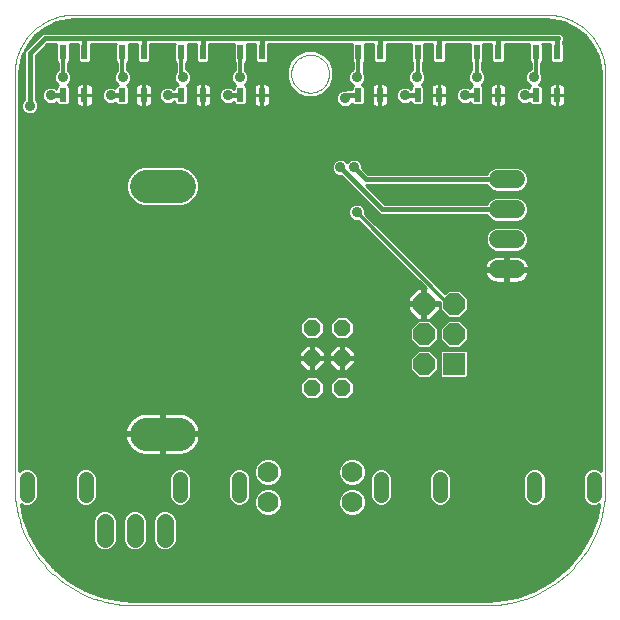
<source format=gbl>
G75*
G70*
%OFA0B0*%
%FSLAX24Y24*%
%IPPOS*%
%LPD*%
%AMOC8*
5,1,8,0,0,1.08239X$1,22.5*
%
%ADD10C,0.0000*%
%ADD11R,0.0236X0.0472*%
%ADD12C,0.1095*%
%ADD13R,0.0740X0.0740*%
%ADD14OC8,0.0740*%
%ADD15C,0.0515*%
%ADD16C,0.0700*%
%ADD17C,0.0560*%
%ADD18C,0.0600*%
%ADD19OC8,0.0560*%
%ADD20C,0.0160*%
%ADD21C,0.0356*%
%ADD22C,0.0100*%
%ADD23C,0.0240*%
%ADD24C,0.0120*%
D10*
X008033Y011970D02*
X008033Y025749D01*
X008032Y025749D02*
X008034Y025843D01*
X008041Y025936D01*
X008052Y026029D01*
X008068Y026122D01*
X008088Y026213D01*
X008112Y026304D01*
X008140Y026393D01*
X008173Y026481D01*
X008210Y026567D01*
X008251Y026651D01*
X008296Y026734D01*
X008345Y026814D01*
X008397Y026891D01*
X008453Y026966D01*
X008513Y027038D01*
X008576Y027108D01*
X008642Y027174D01*
X008712Y027237D01*
X008784Y027297D01*
X008859Y027353D01*
X008936Y027405D01*
X009016Y027454D01*
X009099Y027499D01*
X009183Y027540D01*
X009269Y027577D01*
X009357Y027610D01*
X009446Y027638D01*
X009537Y027662D01*
X009628Y027682D01*
X009721Y027698D01*
X009814Y027709D01*
X009907Y027716D01*
X010001Y027718D01*
X025749Y027718D01*
X025843Y027716D01*
X025936Y027709D01*
X026029Y027698D01*
X026122Y027682D01*
X026213Y027662D01*
X026304Y027638D01*
X026393Y027610D01*
X026481Y027577D01*
X026567Y027540D01*
X026651Y027499D01*
X026733Y027454D01*
X026814Y027405D01*
X026891Y027353D01*
X026966Y027297D01*
X027038Y027237D01*
X027108Y027174D01*
X027174Y027108D01*
X027237Y027038D01*
X027297Y026966D01*
X027353Y026891D01*
X027405Y026814D01*
X027454Y026733D01*
X027499Y026651D01*
X027540Y026567D01*
X027577Y026481D01*
X027610Y026393D01*
X027638Y026304D01*
X027662Y026213D01*
X027682Y026122D01*
X027698Y026029D01*
X027709Y025936D01*
X027716Y025843D01*
X027718Y025749D01*
X027718Y011970D01*
X027714Y011783D01*
X027700Y011596D01*
X027678Y011410D01*
X027647Y011225D01*
X027607Y011042D01*
X027559Y010861D01*
X027501Y010682D01*
X027436Y010507D01*
X027362Y010335D01*
X027280Y010166D01*
X027191Y010002D01*
X027093Y009841D01*
X026988Y009686D01*
X026876Y009536D01*
X026756Y009392D01*
X026630Y009253D01*
X026498Y009121D01*
X026359Y008995D01*
X026215Y008875D01*
X026065Y008763D01*
X025910Y008658D01*
X025750Y008560D01*
X025585Y008471D01*
X025416Y008389D01*
X025244Y008315D01*
X025069Y008250D01*
X024890Y008192D01*
X024709Y008144D01*
X024526Y008104D01*
X024341Y008073D01*
X024155Y008051D01*
X023968Y008037D01*
X023781Y008033D01*
X011970Y008033D01*
X011783Y008037D01*
X011596Y008051D01*
X011410Y008073D01*
X011225Y008104D01*
X011042Y008144D01*
X010861Y008192D01*
X010682Y008250D01*
X010507Y008315D01*
X010335Y008389D01*
X010166Y008471D01*
X010001Y008560D01*
X009841Y008658D01*
X009686Y008763D01*
X009536Y008875D01*
X009392Y008995D01*
X009253Y009121D01*
X009121Y009253D01*
X008995Y009392D01*
X008875Y009536D01*
X008763Y009686D01*
X008658Y009841D01*
X008560Y010002D01*
X008471Y010166D01*
X008389Y010335D01*
X008315Y010507D01*
X008250Y010682D01*
X008192Y010861D01*
X008144Y011042D01*
X008104Y011225D01*
X008073Y011410D01*
X008051Y011596D01*
X008037Y011783D01*
X008033Y011970D01*
X017245Y025749D02*
X017247Y025799D01*
X017253Y025849D01*
X017263Y025898D01*
X017277Y025946D01*
X017294Y025993D01*
X017315Y026038D01*
X017340Y026082D01*
X017368Y026123D01*
X017400Y026162D01*
X017434Y026199D01*
X017471Y026233D01*
X017511Y026263D01*
X017553Y026290D01*
X017597Y026314D01*
X017643Y026335D01*
X017690Y026351D01*
X017738Y026364D01*
X017788Y026373D01*
X017837Y026378D01*
X017888Y026379D01*
X017938Y026376D01*
X017987Y026369D01*
X018036Y026358D01*
X018084Y026343D01*
X018130Y026325D01*
X018175Y026303D01*
X018218Y026277D01*
X018259Y026248D01*
X018298Y026216D01*
X018334Y026181D01*
X018366Y026143D01*
X018396Y026103D01*
X018423Y026060D01*
X018446Y026016D01*
X018465Y025970D01*
X018481Y025922D01*
X018493Y025873D01*
X018501Y025824D01*
X018505Y025774D01*
X018505Y025724D01*
X018501Y025674D01*
X018493Y025625D01*
X018481Y025576D01*
X018465Y025528D01*
X018446Y025482D01*
X018423Y025438D01*
X018396Y025395D01*
X018366Y025355D01*
X018334Y025317D01*
X018298Y025282D01*
X018259Y025250D01*
X018218Y025221D01*
X018175Y025195D01*
X018130Y025173D01*
X018084Y025155D01*
X018036Y025140D01*
X017987Y025129D01*
X017938Y025122D01*
X017888Y025119D01*
X017837Y025120D01*
X017788Y025125D01*
X017738Y025134D01*
X017690Y025147D01*
X017643Y025163D01*
X017597Y025184D01*
X017553Y025208D01*
X017511Y025235D01*
X017471Y025265D01*
X017434Y025299D01*
X017400Y025336D01*
X017368Y025375D01*
X017340Y025416D01*
X017315Y025460D01*
X017294Y025505D01*
X017277Y025552D01*
X017263Y025600D01*
X017253Y025649D01*
X017247Y025699D01*
X017245Y025749D01*
D11*
X016261Y025041D03*
X015552Y025041D03*
X014293Y025041D03*
X013584Y025041D03*
X012324Y025041D03*
X011615Y025041D03*
X010356Y025041D03*
X009647Y025041D03*
X009647Y026458D03*
X010356Y026458D03*
X011615Y026458D03*
X012324Y026458D03*
X013584Y026458D03*
X014293Y026458D03*
X015552Y026458D03*
X016261Y026458D03*
X019489Y026458D03*
X020198Y026458D03*
X021458Y026458D03*
X022167Y026458D03*
X023426Y026458D03*
X024135Y026458D03*
X025395Y026458D03*
X026104Y026458D03*
X026104Y025041D03*
X025395Y025041D03*
X024135Y025041D03*
X023426Y025041D03*
X022167Y025041D03*
X021458Y025041D03*
X020198Y025041D03*
X019489Y025041D03*
D12*
X013502Y022009D02*
X012406Y022009D01*
X012406Y013741D02*
X013502Y013741D01*
D13*
X022671Y016076D03*
D14*
X021671Y016076D03*
X021671Y017076D03*
X022671Y017076D03*
X022671Y018076D03*
X021671Y018076D03*
D15*
X022206Y012227D02*
X022206Y011712D01*
X020237Y011712D02*
X020237Y012227D01*
X015513Y012227D02*
X015513Y011712D01*
X013545Y011712D02*
X013545Y012227D01*
X010395Y012227D02*
X010395Y011712D01*
X008426Y011712D02*
X008426Y012227D01*
X025356Y012227D02*
X025356Y011712D01*
X027324Y011712D02*
X027324Y012227D01*
D16*
X019281Y012470D03*
X019281Y011470D03*
X016470Y011470D03*
X016470Y012470D03*
D17*
X013033Y010813D02*
X013033Y010253D01*
X012033Y010253D02*
X012033Y010813D01*
X011033Y010813D02*
X011033Y010253D01*
D18*
X024133Y019233D02*
X024733Y019233D01*
X024733Y020233D02*
X024133Y020233D01*
X024133Y021233D02*
X024733Y021233D01*
X024733Y022233D02*
X024133Y022233D01*
D19*
X018933Y017283D03*
X017933Y017283D03*
X017933Y016283D03*
X018933Y016283D03*
X018933Y015283D03*
X017933Y015283D03*
D20*
X017833Y013233D02*
X017833Y013133D01*
X020283Y021233D02*
X024433Y021233D01*
X024433Y022233D02*
X019733Y022233D01*
X019333Y022633D01*
X018883Y022633D02*
X020283Y021233D01*
X019033Y024933D02*
X019141Y025041D01*
X019489Y025041D01*
X021033Y025033D02*
X021041Y025041D01*
X021458Y025041D01*
X023033Y025033D02*
X023041Y025041D01*
X023426Y025041D01*
X024135Y026458D02*
X024135Y026830D01*
X024133Y026933D01*
X026133Y026933D01*
X026104Y026904D01*
X026104Y026458D01*
X025395Y025041D02*
X025041Y025041D01*
X025033Y025033D01*
X024133Y026933D02*
X022133Y026933D01*
X020233Y026933D01*
X020198Y026898D01*
X020198Y026458D01*
X020233Y026933D02*
X016233Y026933D01*
X016261Y026904D01*
X016261Y026458D01*
X016233Y026933D02*
X014333Y026933D01*
X014293Y026893D01*
X014293Y026458D01*
X014333Y026933D02*
X012333Y026933D01*
X010383Y026933D01*
X010356Y026906D01*
X010356Y026458D01*
X010383Y026933D02*
X009033Y026933D01*
X008533Y026433D01*
X008533Y024683D01*
X009233Y025033D02*
X009241Y025041D01*
X009647Y025041D01*
X011233Y025033D02*
X011241Y025041D01*
X011615Y025041D01*
X013133Y025033D02*
X013141Y025041D01*
X013584Y025041D01*
X012324Y026458D02*
X012324Y026924D01*
X012333Y026933D01*
X015133Y025033D02*
X015141Y025041D01*
X015552Y025041D01*
X022133Y026933D02*
X022167Y026899D01*
X022167Y026458D01*
D21*
X021433Y025633D03*
X021033Y025033D03*
X020833Y026433D03*
X019433Y025633D03*
X019033Y024933D03*
X018883Y022633D03*
X019333Y022633D03*
X019433Y021133D03*
X018533Y020233D03*
X015133Y025033D03*
X015533Y025633D03*
X014933Y026433D03*
X013633Y025633D03*
X013133Y025033D03*
X011633Y025633D03*
X011233Y025033D03*
X009633Y025633D03*
X009233Y025033D03*
X008533Y024683D03*
X017833Y013133D03*
X023033Y025033D03*
X023433Y025633D03*
X025033Y025033D03*
X025333Y025633D03*
D22*
X008868Y009798D02*
X009292Y009292D01*
X009798Y008868D01*
X010369Y008538D01*
X010990Y008312D01*
X011640Y008197D01*
X011970Y008183D01*
X023781Y008183D01*
X024111Y008197D01*
X024761Y008312D01*
X025381Y008538D01*
X025953Y008868D01*
X026459Y009292D01*
X026883Y009798D01*
X027213Y010369D01*
X027439Y010990D01*
X027510Y011391D01*
X027397Y011345D01*
X027251Y011345D01*
X027116Y011401D01*
X027013Y011504D01*
X026957Y011639D01*
X026957Y012300D01*
X027013Y012435D01*
X027116Y012539D01*
X027251Y012595D01*
X027397Y012595D01*
X027532Y012539D01*
X027568Y012503D01*
X027568Y025687D01*
X027568Y025749D01*
X027556Y025953D01*
X027466Y026350D01*
X027289Y026717D01*
X027035Y027035D01*
X026717Y027289D01*
X026350Y027466D01*
X025953Y027556D01*
X025749Y027568D01*
X025687Y027568D01*
X010063Y027568D01*
X010001Y027568D01*
X009798Y027556D01*
X009401Y027466D01*
X009034Y027289D01*
X008715Y027035D01*
X008461Y026717D01*
X008381Y026550D01*
X008454Y026623D01*
X008954Y027123D01*
X009111Y027123D01*
X010304Y027123D01*
X010461Y027123D01*
X012411Y027123D01*
X014254Y027123D01*
X016154Y027123D01*
X016311Y027123D01*
X020154Y027123D01*
X020311Y027123D01*
X022211Y027123D01*
X024054Y027123D01*
X024130Y027123D01*
X024207Y027124D01*
X024209Y027123D01*
X026054Y027123D01*
X026211Y027123D01*
X026323Y027011D01*
X026323Y026854D01*
X026294Y026825D01*
X026294Y026778D01*
X026332Y026740D01*
X026332Y026176D01*
X026267Y026112D01*
X025940Y026112D01*
X025876Y026176D01*
X025876Y026740D01*
X025879Y026743D01*
X025620Y026743D01*
X025623Y026740D01*
X025623Y026176D01*
X025565Y026118D01*
X025565Y025808D01*
X025577Y025796D01*
X025621Y025690D01*
X025621Y025575D01*
X025577Y025470D01*
X025496Y025389D01*
X025492Y025387D01*
X025559Y025387D01*
X025623Y025322D01*
X025623Y024759D01*
X025559Y024694D01*
X025231Y024694D01*
X025167Y024759D01*
X025167Y024776D01*
X025090Y024745D01*
X024975Y024745D01*
X024870Y024789D01*
X024789Y024870D01*
X024745Y024975D01*
X024745Y025090D01*
X024789Y025196D01*
X024870Y025277D01*
X024975Y025321D01*
X025090Y025321D01*
X025167Y025289D01*
X025167Y025322D01*
X025214Y025370D01*
X025170Y025389D01*
X025089Y025470D01*
X025045Y025575D01*
X025045Y025690D01*
X025089Y025796D01*
X025170Y025877D01*
X025225Y025900D01*
X025225Y026118D01*
X025167Y026176D01*
X025167Y026740D01*
X025170Y026743D01*
X024360Y026743D01*
X024363Y026740D01*
X024363Y026176D01*
X024299Y026112D01*
X023971Y026112D01*
X023907Y026176D01*
X023907Y026740D01*
X023910Y026743D01*
X023651Y026743D01*
X023655Y026740D01*
X023655Y026176D01*
X023596Y026118D01*
X023596Y025876D01*
X023677Y025796D01*
X023721Y025690D01*
X023721Y025575D01*
X023677Y025470D01*
X023596Y025389D01*
X023591Y025386D01*
X023655Y025322D01*
X023655Y024759D01*
X023590Y024694D01*
X023263Y024694D01*
X023198Y024759D01*
X023198Y024791D01*
X023196Y024789D01*
X023090Y024745D01*
X022975Y024745D01*
X022870Y024789D01*
X022789Y024870D01*
X022745Y024975D01*
X022745Y025090D01*
X022789Y025196D01*
X022870Y025277D01*
X022975Y025321D01*
X023090Y025321D01*
X023196Y025277D01*
X023198Y025275D01*
X023198Y025322D01*
X023263Y025387D01*
X023274Y025387D01*
X023270Y025389D01*
X023189Y025470D01*
X023145Y025575D01*
X023145Y025690D01*
X023189Y025796D01*
X023256Y025864D01*
X023256Y026118D01*
X023198Y026176D01*
X023198Y026740D01*
X023201Y026743D01*
X022392Y026743D01*
X022395Y026740D01*
X022395Y026176D01*
X022330Y026112D01*
X022003Y026112D01*
X021939Y026176D01*
X021939Y026740D01*
X021942Y026743D01*
X021683Y026743D01*
X021686Y026740D01*
X021686Y026176D01*
X021628Y026118D01*
X021628Y025845D01*
X021677Y025796D01*
X021721Y025690D01*
X021721Y025575D01*
X021677Y025470D01*
X021596Y025389D01*
X021592Y025387D01*
X021622Y025387D01*
X021686Y025322D01*
X021686Y024759D01*
X021622Y024694D01*
X021294Y024694D01*
X021230Y024759D01*
X021230Y024822D01*
X021196Y024789D01*
X021090Y024745D01*
X020975Y024745D01*
X020870Y024789D01*
X020789Y024870D01*
X020745Y024975D01*
X020745Y025090D01*
X020789Y025196D01*
X020870Y025277D01*
X020975Y025321D01*
X021090Y025321D01*
X021196Y025277D01*
X021230Y025243D01*
X021230Y025322D01*
X021288Y025381D01*
X021270Y025389D01*
X021189Y025470D01*
X021145Y025575D01*
X021145Y025690D01*
X021189Y025796D01*
X021270Y025877D01*
X021288Y025885D01*
X021288Y026118D01*
X021230Y026176D01*
X021230Y026740D01*
X021233Y026743D01*
X020423Y026743D01*
X020426Y026740D01*
X020426Y026176D01*
X020362Y026112D01*
X020034Y026112D01*
X019970Y026176D01*
X019970Y026740D01*
X019973Y026743D01*
X019714Y026743D01*
X019718Y026740D01*
X019718Y026176D01*
X019659Y026118D01*
X019659Y025814D01*
X019677Y025796D01*
X019721Y025690D01*
X019721Y025575D01*
X019677Y025470D01*
X019596Y025389D01*
X019592Y025387D01*
X019653Y025387D01*
X019718Y025322D01*
X019718Y024759D01*
X019653Y024694D01*
X019326Y024694D01*
X019264Y024756D01*
X019196Y024689D01*
X019090Y024645D01*
X018975Y024645D01*
X018870Y024689D01*
X018789Y024770D01*
X018745Y024875D01*
X018745Y024990D01*
X018789Y025096D01*
X018870Y025177D01*
X018975Y025221D01*
X019052Y025221D01*
X019062Y025231D01*
X019219Y025231D01*
X019261Y025231D01*
X019261Y025322D01*
X019311Y025372D01*
X019270Y025389D01*
X019189Y025470D01*
X019145Y025575D01*
X019145Y025690D01*
X019189Y025796D01*
X019270Y025877D01*
X019319Y025898D01*
X019319Y026118D01*
X019261Y026176D01*
X019261Y026740D01*
X019264Y026743D01*
X016486Y026743D01*
X016489Y026740D01*
X016489Y026176D01*
X016425Y026112D01*
X016097Y026112D01*
X016033Y026176D01*
X016033Y026740D01*
X016036Y026743D01*
X015777Y026743D01*
X015781Y026740D01*
X015781Y026176D01*
X015722Y026118D01*
X015722Y025851D01*
X015777Y025796D01*
X015821Y025690D01*
X015821Y025575D01*
X015777Y025470D01*
X015696Y025389D01*
X015692Y025387D01*
X015716Y025387D01*
X015781Y025322D01*
X015781Y024759D01*
X015716Y024694D01*
X015389Y024694D01*
X015324Y024759D01*
X015324Y024817D01*
X015296Y024789D01*
X015190Y024745D01*
X015075Y024745D01*
X014970Y024789D01*
X014889Y024870D01*
X014845Y024975D01*
X014845Y025090D01*
X014889Y025196D01*
X014970Y025277D01*
X015075Y025321D01*
X015190Y025321D01*
X015296Y025277D01*
X015324Y025249D01*
X015324Y025322D01*
X015384Y025382D01*
X015370Y025389D01*
X015289Y025470D01*
X015245Y025575D01*
X015245Y025690D01*
X015289Y025796D01*
X015370Y025877D01*
X015382Y025882D01*
X015382Y026118D01*
X015324Y026176D01*
X015324Y026740D01*
X015327Y026743D01*
X014518Y026743D01*
X014521Y026740D01*
X014521Y026176D01*
X014456Y026112D01*
X014129Y026112D01*
X014064Y026176D01*
X014064Y026740D01*
X014068Y026743D01*
X013809Y026743D01*
X013812Y026740D01*
X013812Y026176D01*
X013754Y026118D01*
X013754Y025894D01*
X013796Y025877D01*
X013877Y025796D01*
X013921Y025690D01*
X013921Y025575D01*
X013877Y025470D01*
X013796Y025389D01*
X013761Y025374D01*
X013812Y025322D01*
X013812Y024759D01*
X013748Y024694D01*
X013420Y024694D01*
X013356Y024759D01*
X013356Y024848D01*
X013296Y024789D01*
X013190Y024745D01*
X013075Y024745D01*
X012970Y024789D01*
X012889Y024870D01*
X012845Y024975D01*
X012845Y025090D01*
X012889Y025196D01*
X012970Y025277D01*
X013075Y025321D01*
X013190Y025321D01*
X013296Y025277D01*
X013342Y025231D01*
X013356Y025231D01*
X013356Y025322D01*
X013420Y025387D01*
X013474Y025387D01*
X013470Y025389D01*
X013389Y025470D01*
X013345Y025575D01*
X013345Y025690D01*
X013389Y025796D01*
X013414Y025821D01*
X013414Y026118D01*
X013356Y026176D01*
X013356Y026740D01*
X013359Y026743D01*
X012549Y026743D01*
X012552Y026740D01*
X012552Y026176D01*
X012488Y026112D01*
X012160Y026112D01*
X012096Y026176D01*
X012096Y026740D01*
X012099Y026743D01*
X011840Y026743D01*
X011844Y026740D01*
X011844Y026176D01*
X011785Y026118D01*
X011785Y025881D01*
X011796Y025877D01*
X011877Y025796D01*
X011921Y025690D01*
X011921Y025575D01*
X011877Y025470D01*
X011796Y025389D01*
X011783Y025383D01*
X011844Y025322D01*
X011844Y024759D01*
X011779Y024694D01*
X011452Y024694D01*
X011387Y024759D01*
X011387Y024785D01*
X011290Y024745D01*
X011175Y024745D01*
X011070Y024789D01*
X010989Y024870D01*
X010945Y024975D01*
X010945Y025090D01*
X010989Y025196D01*
X011070Y025277D01*
X011175Y025321D01*
X011290Y025321D01*
X011387Y025281D01*
X011387Y025322D01*
X011452Y025387D01*
X011474Y025387D01*
X011470Y025389D01*
X011389Y025470D01*
X011345Y025575D01*
X011345Y025690D01*
X011389Y025796D01*
X011445Y025853D01*
X011445Y026118D01*
X011387Y026176D01*
X011387Y026740D01*
X011390Y026743D01*
X010581Y026743D01*
X010584Y026740D01*
X010584Y026176D01*
X010519Y026112D01*
X010192Y026112D01*
X010127Y026176D01*
X010127Y026740D01*
X010131Y026743D01*
X009872Y026743D01*
X009875Y026740D01*
X009875Y026176D01*
X009817Y026118D01*
X009817Y025856D01*
X009877Y025796D01*
X009921Y025690D01*
X009921Y025575D01*
X009877Y025470D01*
X009796Y025389D01*
X009792Y025387D01*
X009811Y025387D01*
X009875Y025322D01*
X009875Y024759D01*
X009811Y024694D01*
X009483Y024694D01*
X009419Y024759D01*
X009419Y024811D01*
X009396Y024789D01*
X009290Y024745D01*
X009175Y024745D01*
X009070Y024789D01*
X008989Y024870D01*
X008945Y024975D01*
X008945Y025090D01*
X008989Y025196D01*
X009070Y025277D01*
X009175Y025321D01*
X009290Y025321D01*
X009396Y025277D01*
X009419Y025254D01*
X009419Y025322D01*
X009480Y025384D01*
X009470Y025389D01*
X009389Y025470D01*
X009345Y025575D01*
X009345Y025690D01*
X009389Y025796D01*
X009470Y025877D01*
X009477Y025880D01*
X009477Y026118D01*
X009419Y026176D01*
X009419Y026740D01*
X009422Y026743D01*
X009111Y026743D01*
X008723Y026354D01*
X008723Y024900D01*
X008777Y024846D01*
X008821Y024740D01*
X008821Y024625D01*
X008777Y024520D01*
X008696Y024439D01*
X008590Y024395D01*
X008475Y024395D01*
X008370Y024439D01*
X008289Y024520D01*
X008245Y024625D01*
X008245Y024740D01*
X008289Y024846D01*
X008343Y024900D01*
X008343Y026470D01*
X008285Y026350D01*
X008194Y025953D01*
X008194Y025953D01*
X008183Y025749D01*
X008183Y025687D01*
X008183Y012503D01*
X008218Y012539D01*
X008353Y012595D01*
X008500Y012595D01*
X008635Y012539D01*
X008738Y012435D01*
X008794Y012300D01*
X008794Y011639D01*
X008738Y011504D01*
X008635Y011401D01*
X008500Y011345D01*
X008353Y011345D01*
X008241Y011391D01*
X008312Y010990D01*
X008538Y010369D01*
X008868Y009798D01*
X008862Y009807D02*
X026888Y009807D01*
X026945Y009905D02*
X013212Y009905D01*
X013254Y009922D02*
X013110Y009863D01*
X012955Y009863D01*
X012812Y009922D01*
X012702Y010032D01*
X012643Y010175D01*
X012643Y010890D01*
X012702Y011034D01*
X012812Y011143D01*
X012955Y011203D01*
X013110Y011203D01*
X013254Y011143D01*
X013363Y011034D01*
X013423Y010890D01*
X013423Y010175D01*
X013363Y010032D01*
X013254Y009922D01*
X013335Y010004D02*
X027002Y010004D01*
X027059Y010102D02*
X013392Y010102D01*
X013423Y010201D02*
X027116Y010201D01*
X027173Y010299D02*
X013423Y010299D01*
X013423Y010398D02*
X027223Y010398D01*
X027259Y010496D02*
X013423Y010496D01*
X013423Y010595D02*
X027295Y010595D01*
X027331Y010693D02*
X013423Y010693D01*
X013423Y010792D02*
X027367Y010792D01*
X027403Y010891D02*
X013423Y010891D01*
X013382Y010989D02*
X027439Y010989D01*
X027456Y011088D02*
X019549Y011088D01*
X019541Y011080D02*
X019671Y011209D01*
X019741Y011378D01*
X019741Y011561D01*
X019671Y011730D01*
X019541Y011860D01*
X019372Y011930D01*
X019189Y011930D01*
X019020Y011860D01*
X018891Y011730D01*
X018821Y011561D01*
X018821Y011378D01*
X018891Y011209D01*
X019020Y011080D01*
X019189Y011010D01*
X019372Y011010D01*
X019541Y011080D01*
X019648Y011186D02*
X027473Y011186D01*
X027491Y011285D02*
X019702Y011285D01*
X019741Y011383D02*
X020072Y011383D01*
X020029Y011401D02*
X020164Y011345D01*
X020311Y011345D01*
X020446Y011401D01*
X020549Y011504D01*
X020605Y011639D01*
X020605Y012300D01*
X020549Y012435D01*
X020446Y012539D01*
X020311Y012595D01*
X020164Y012595D01*
X020029Y012539D01*
X019926Y012435D01*
X019870Y012300D01*
X019870Y011639D01*
X019926Y011504D01*
X020029Y011401D01*
X019948Y011482D02*
X019741Y011482D01*
X019733Y011580D02*
X019894Y011580D01*
X019870Y011679D02*
X019692Y011679D01*
X019624Y011777D02*
X019870Y011777D01*
X019870Y011876D02*
X019502Y011876D01*
X019372Y012010D02*
X019541Y012080D01*
X019671Y012209D01*
X019741Y012378D01*
X019741Y012561D01*
X019671Y012730D01*
X019541Y012860D01*
X019372Y012930D01*
X019189Y012930D01*
X019020Y012860D01*
X018891Y012730D01*
X018821Y012561D01*
X018821Y012378D01*
X018891Y012209D01*
X019020Y012080D01*
X019189Y012010D01*
X019372Y012010D01*
X019525Y012073D02*
X019870Y012073D01*
X019870Y011974D02*
X015881Y011974D01*
X015881Y011876D02*
X016248Y011876D01*
X016209Y011860D02*
X016080Y011730D01*
X016010Y011561D01*
X016010Y011378D01*
X016080Y011209D01*
X016209Y011080D01*
X016378Y011010D01*
X016561Y011010D01*
X016730Y011080D01*
X016860Y011209D01*
X016930Y011378D01*
X016930Y011561D01*
X016860Y011730D01*
X016730Y011860D01*
X016561Y011930D01*
X016378Y011930D01*
X016209Y011860D01*
X016127Y011777D02*
X015881Y011777D01*
X015881Y011679D02*
X016059Y011679D01*
X016018Y011580D02*
X015856Y011580D01*
X015881Y011639D02*
X015825Y011504D01*
X015721Y011401D01*
X015586Y011345D01*
X015440Y011345D01*
X015305Y011401D01*
X015202Y011504D01*
X015146Y011639D01*
X015146Y012300D01*
X015202Y012435D01*
X015305Y012539D01*
X015440Y012595D01*
X015586Y012595D01*
X015721Y012539D01*
X015825Y012435D01*
X015881Y012300D01*
X015881Y011639D01*
X015802Y011482D02*
X016010Y011482D01*
X016010Y011383D02*
X015679Y011383D01*
X015347Y011383D02*
X013710Y011383D01*
X013753Y011401D02*
X013856Y011504D01*
X013912Y011639D01*
X013912Y012300D01*
X013856Y012435D01*
X013753Y012539D01*
X013618Y012595D01*
X013471Y012595D01*
X013336Y012539D01*
X013233Y012435D01*
X013177Y012300D01*
X013177Y011639D01*
X013233Y011504D01*
X013336Y011401D01*
X013471Y011345D01*
X013618Y011345D01*
X013753Y011401D01*
X013834Y011482D02*
X015224Y011482D01*
X015170Y011580D02*
X013888Y011580D01*
X013912Y011679D02*
X015146Y011679D01*
X015146Y011777D02*
X013912Y011777D01*
X013912Y011876D02*
X015146Y011876D01*
X015146Y011974D02*
X013912Y011974D01*
X013912Y012073D02*
X015146Y012073D01*
X015146Y012172D02*
X013912Y012172D01*
X013912Y012270D02*
X015146Y012270D01*
X015174Y012369D02*
X013884Y012369D01*
X013824Y012467D02*
X015233Y012467D01*
X015370Y012566D02*
X013688Y012566D01*
X013402Y012566D02*
X010538Y012566D01*
X010603Y012539D02*
X010468Y012595D01*
X010322Y012595D01*
X010187Y012539D01*
X010083Y012435D01*
X010027Y012300D01*
X010027Y011639D01*
X010083Y011504D01*
X010187Y011401D01*
X010322Y011345D01*
X010468Y011345D01*
X010603Y011401D01*
X010706Y011504D01*
X010762Y011639D01*
X010762Y012300D01*
X010706Y012435D01*
X010603Y012539D01*
X010675Y012467D02*
X013265Y012467D01*
X013205Y012369D02*
X010734Y012369D01*
X010762Y012270D02*
X013177Y012270D01*
X013177Y012172D02*
X010762Y012172D01*
X010762Y012073D02*
X013177Y012073D01*
X013177Y011974D02*
X010762Y011974D01*
X010762Y011876D02*
X013177Y011876D01*
X013177Y011777D02*
X010762Y011777D01*
X010762Y011679D02*
X013177Y011679D01*
X013201Y011580D02*
X010738Y011580D01*
X010684Y011482D02*
X013255Y011482D01*
X013379Y011383D02*
X010561Y011383D01*
X010229Y011383D02*
X008592Y011383D01*
X008716Y011482D02*
X010106Y011482D01*
X010052Y011580D02*
X008769Y011580D01*
X008794Y011679D02*
X010027Y011679D01*
X010027Y011777D02*
X008794Y011777D01*
X008794Y011876D02*
X010027Y011876D01*
X010027Y011974D02*
X008794Y011974D01*
X008794Y012073D02*
X010027Y012073D01*
X010027Y012172D02*
X008794Y012172D01*
X008794Y012270D02*
X010027Y012270D01*
X010056Y012369D02*
X008766Y012369D01*
X008706Y012467D02*
X010115Y012467D01*
X010252Y012566D02*
X008569Y012566D01*
X008284Y012566D02*
X008183Y012566D01*
X008183Y012664D02*
X016052Y012664D01*
X016080Y012730D02*
X016010Y012561D01*
X016010Y012378D01*
X016080Y012209D01*
X016209Y012080D01*
X016378Y012010D01*
X016561Y012010D01*
X016730Y012080D01*
X016860Y012209D01*
X016930Y012378D01*
X016930Y012561D01*
X016860Y012730D01*
X016730Y012860D01*
X016561Y012930D01*
X016378Y012930D01*
X016209Y012860D01*
X016080Y012730D01*
X016112Y012763D02*
X008183Y012763D01*
X008183Y012861D02*
X016213Y012861D01*
X016012Y012566D02*
X015656Y012566D01*
X015793Y012467D02*
X016010Y012467D01*
X016014Y012369D02*
X015852Y012369D01*
X015881Y012270D02*
X016055Y012270D01*
X016117Y012172D02*
X015881Y012172D01*
X015881Y012073D02*
X016226Y012073D01*
X016714Y012073D02*
X019037Y012073D01*
X018928Y012172D02*
X016822Y012172D01*
X016885Y012270D02*
X018866Y012270D01*
X018825Y012369D02*
X016926Y012369D01*
X016930Y012467D02*
X018821Y012467D01*
X018823Y012566D02*
X016928Y012566D01*
X016887Y012664D02*
X018864Y012664D01*
X018923Y012763D02*
X016827Y012763D01*
X016726Y012861D02*
X019024Y012861D01*
X019537Y012861D02*
X027568Y012861D01*
X027568Y012763D02*
X019638Y012763D01*
X019698Y012664D02*
X027568Y012664D01*
X027568Y012566D02*
X027467Y012566D01*
X027181Y012566D02*
X025499Y012566D01*
X025564Y012539D02*
X025429Y012595D01*
X025282Y012595D01*
X025147Y012539D01*
X025044Y012435D01*
X024988Y012300D01*
X024988Y011639D01*
X025044Y011504D01*
X025147Y011401D01*
X025282Y011345D01*
X025429Y011345D01*
X025564Y011401D01*
X025667Y011504D01*
X025723Y011639D01*
X025723Y012300D01*
X025667Y012435D01*
X025564Y012539D01*
X025635Y012467D02*
X027044Y012467D01*
X026985Y012369D02*
X025695Y012369D01*
X025723Y012270D02*
X026957Y012270D01*
X026957Y012172D02*
X025723Y012172D01*
X025723Y012073D02*
X026957Y012073D01*
X026957Y011974D02*
X025723Y011974D01*
X025723Y011876D02*
X026957Y011876D01*
X026957Y011777D02*
X025723Y011777D01*
X025723Y011679D02*
X026957Y011679D01*
X026981Y011580D02*
X025699Y011580D01*
X025645Y011482D02*
X027035Y011482D01*
X027158Y011383D02*
X025521Y011383D01*
X025190Y011383D02*
X022372Y011383D01*
X022414Y011401D02*
X022517Y011504D01*
X022573Y011639D01*
X022573Y012300D01*
X022517Y012435D01*
X022414Y012539D01*
X022279Y012595D01*
X022133Y012595D01*
X021998Y012539D01*
X021894Y012435D01*
X021839Y012300D01*
X021839Y011639D01*
X021894Y011504D01*
X021998Y011401D01*
X022133Y011345D01*
X022279Y011345D01*
X022414Y011401D01*
X022495Y011482D02*
X025066Y011482D01*
X025012Y011580D02*
X022549Y011580D01*
X022573Y011679D02*
X024988Y011679D01*
X024988Y011777D02*
X022573Y011777D01*
X022573Y011876D02*
X024988Y011876D01*
X024988Y011974D02*
X022573Y011974D01*
X022573Y012073D02*
X024988Y012073D01*
X024988Y012172D02*
X022573Y012172D01*
X022573Y012270D02*
X024988Y012270D01*
X025016Y012369D02*
X022545Y012369D01*
X022486Y012467D02*
X025076Y012467D01*
X025213Y012566D02*
X022349Y012566D01*
X022063Y012566D02*
X020380Y012566D01*
X020517Y012467D02*
X021926Y012467D01*
X021867Y012369D02*
X020577Y012369D01*
X020605Y012270D02*
X021839Y012270D01*
X021839Y012172D02*
X020605Y012172D01*
X020605Y012073D02*
X021839Y012073D01*
X021839Y011974D02*
X020605Y011974D01*
X020605Y011876D02*
X021839Y011876D01*
X021839Y011777D02*
X020605Y011777D01*
X020605Y011679D02*
X021839Y011679D01*
X021863Y011580D02*
X020581Y011580D01*
X020527Y011482D02*
X021917Y011482D01*
X022040Y011383D02*
X020403Y011383D01*
X019870Y012172D02*
X019633Y012172D01*
X019696Y012270D02*
X019870Y012270D01*
X019898Y012369D02*
X019737Y012369D01*
X019741Y012467D02*
X019958Y012467D01*
X020095Y012566D02*
X019739Y012566D01*
X019059Y011876D02*
X016691Y011876D01*
X016813Y011777D02*
X018938Y011777D01*
X018870Y011679D02*
X016881Y011679D01*
X016922Y011580D02*
X018829Y011580D01*
X018821Y011482D02*
X016930Y011482D01*
X016930Y011383D02*
X018821Y011383D01*
X018860Y011285D02*
X016891Y011285D01*
X016837Y011186D02*
X018914Y011186D01*
X019012Y011088D02*
X016738Y011088D01*
X016201Y011088D02*
X013309Y011088D01*
X013150Y011186D02*
X016103Y011186D01*
X016049Y011285D02*
X008260Y011285D01*
X008261Y011383D02*
X008242Y011383D01*
X008277Y011186D02*
X010915Y011186D01*
X010955Y011203D02*
X010812Y011143D01*
X010702Y011034D01*
X010643Y010890D01*
X010643Y010175D01*
X010702Y010032D01*
X010812Y009922D01*
X010955Y009863D01*
X011110Y009863D01*
X011254Y009922D01*
X011363Y010032D01*
X011423Y010175D01*
X011423Y010890D01*
X011363Y011034D01*
X011254Y011143D01*
X011110Y011203D01*
X010955Y011203D01*
X011150Y011186D02*
X011915Y011186D01*
X011955Y011203D02*
X011812Y011143D01*
X011702Y011034D01*
X011643Y010890D01*
X011643Y010175D01*
X011702Y010032D01*
X011812Y009922D01*
X011955Y009863D01*
X012110Y009863D01*
X012254Y009922D01*
X012363Y010032D01*
X012423Y010175D01*
X012423Y010890D01*
X012363Y011034D01*
X012254Y011143D01*
X012110Y011203D01*
X011955Y011203D01*
X012150Y011186D02*
X012915Y011186D01*
X012756Y011088D02*
X012309Y011088D01*
X012382Y010989D02*
X012684Y010989D01*
X012643Y010891D02*
X012423Y010891D01*
X012423Y010792D02*
X012643Y010792D01*
X012643Y010693D02*
X012423Y010693D01*
X012423Y010595D02*
X012643Y010595D01*
X012643Y010496D02*
X012423Y010496D01*
X012423Y010398D02*
X012643Y010398D01*
X012643Y010299D02*
X012423Y010299D01*
X012423Y010201D02*
X012643Y010201D01*
X012673Y010102D02*
X012392Y010102D01*
X012335Y010004D02*
X012730Y010004D01*
X012853Y009905D02*
X012212Y009905D01*
X011853Y009905D02*
X011212Y009905D01*
X011335Y010004D02*
X011730Y010004D01*
X011673Y010102D02*
X011392Y010102D01*
X011423Y010201D02*
X011643Y010201D01*
X011643Y010299D02*
X011423Y010299D01*
X011423Y010398D02*
X011643Y010398D01*
X011643Y010496D02*
X011423Y010496D01*
X011423Y010595D02*
X011643Y010595D01*
X011643Y010693D02*
X011423Y010693D01*
X011423Y010792D02*
X011643Y010792D01*
X011643Y010891D02*
X011423Y010891D01*
X011382Y010989D02*
X011684Y010989D01*
X011756Y011088D02*
X011309Y011088D01*
X010756Y011088D02*
X008294Y011088D01*
X008312Y010989D02*
X010684Y010989D01*
X010643Y010891D02*
X008348Y010891D01*
X008384Y010792D02*
X010643Y010792D01*
X010643Y010693D02*
X008420Y010693D01*
X008455Y010595D02*
X010643Y010595D01*
X010643Y010496D02*
X008491Y010496D01*
X008527Y010398D02*
X010643Y010398D01*
X010643Y010299D02*
X008578Y010299D01*
X008635Y010201D02*
X010643Y010201D01*
X010673Y010102D02*
X008692Y010102D01*
X008749Y010004D02*
X010730Y010004D01*
X010853Y009905D02*
X008806Y009905D01*
X008943Y009708D02*
X026808Y009708D01*
X026725Y009609D02*
X009026Y009609D01*
X009108Y009511D02*
X026642Y009511D01*
X026560Y009412D02*
X009191Y009412D01*
X009274Y009314D02*
X026477Y009314D01*
X026367Y009215D02*
X009383Y009215D01*
X009501Y009117D02*
X026250Y009117D01*
X026132Y009018D02*
X009618Y009018D01*
X009736Y008920D02*
X026015Y008920D01*
X025872Y008821D02*
X009878Y008821D01*
X010049Y008723D02*
X025702Y008723D01*
X025531Y008624D02*
X010219Y008624D01*
X010402Y008525D02*
X025348Y008525D01*
X025077Y008427D02*
X010673Y008427D01*
X010944Y008328D02*
X024807Y008328D01*
X024296Y008230D02*
X011454Y008230D01*
X012270Y013056D02*
X012361Y013044D01*
X012904Y013044D01*
X012904Y013691D01*
X013004Y013691D01*
X013004Y013044D01*
X013547Y013044D01*
X013638Y013056D01*
X013726Y013079D01*
X013811Y013114D01*
X013890Y013160D01*
X013962Y013216D01*
X014027Y013281D01*
X014083Y013353D01*
X014128Y013432D01*
X014163Y013517D01*
X014187Y013605D01*
X014198Y013691D01*
X013004Y013691D01*
X013004Y013791D01*
X014198Y013791D01*
X014187Y013878D01*
X014163Y013966D01*
X014128Y014051D01*
X014083Y014130D01*
X014027Y014202D01*
X013962Y014267D01*
X013890Y014323D01*
X013811Y014368D01*
X013726Y014403D01*
X013638Y014427D01*
X013547Y014439D01*
X013004Y014439D01*
X013004Y013792D01*
X012904Y013792D01*
X012904Y014439D01*
X012361Y014439D01*
X012270Y014427D01*
X012182Y014403D01*
X012097Y014368D01*
X012018Y014323D01*
X011946Y014267D01*
X011881Y014202D01*
X011825Y014130D01*
X011780Y014051D01*
X011745Y013966D01*
X011721Y013878D01*
X011710Y013791D01*
X012904Y013791D01*
X012904Y013691D01*
X011710Y013691D01*
X011721Y013605D01*
X011745Y013517D01*
X011780Y013432D01*
X011825Y013353D01*
X011881Y013281D01*
X011946Y013216D01*
X012018Y013160D01*
X012097Y013114D01*
X012182Y013079D01*
X012270Y013056D01*
X012260Y013058D02*
X008183Y013058D01*
X008183Y012960D02*
X027568Y012960D01*
X027568Y013058D02*
X013648Y013058D01*
X013884Y013157D02*
X027568Y013157D01*
X027568Y013256D02*
X014002Y013256D01*
X014083Y013354D02*
X027568Y013354D01*
X027568Y013453D02*
X014137Y013453D01*
X014173Y013551D02*
X027568Y013551D01*
X027568Y013650D02*
X014193Y013650D01*
X014191Y013847D02*
X027568Y013847D01*
X027568Y013945D02*
X014169Y013945D01*
X014131Y014044D02*
X027568Y014044D01*
X027568Y014142D02*
X014073Y014142D01*
X013988Y014241D02*
X027568Y014241D01*
X027568Y014340D02*
X013861Y014340D01*
X013554Y014438D02*
X027568Y014438D01*
X027568Y014537D02*
X008183Y014537D01*
X008183Y014635D02*
X027568Y014635D01*
X027568Y014734D02*
X008183Y014734D01*
X008183Y014832D02*
X027568Y014832D01*
X027568Y014931D02*
X019132Y014931D01*
X019094Y014893D02*
X019323Y015121D01*
X019323Y015444D01*
X019094Y015673D01*
X018771Y015673D01*
X018543Y015444D01*
X018543Y015121D01*
X018771Y014893D01*
X019094Y014893D01*
X019231Y015029D02*
X027568Y015029D01*
X027568Y015128D02*
X019323Y015128D01*
X019323Y015226D02*
X027568Y015226D01*
X027568Y015325D02*
X019323Y015325D01*
X019323Y015424D02*
X027568Y015424D01*
X027568Y015522D02*
X019245Y015522D01*
X019146Y015621D02*
X021448Y015621D01*
X021472Y015596D02*
X021191Y015877D01*
X021191Y016275D01*
X021472Y016556D01*
X021870Y016556D01*
X022151Y016275D01*
X022151Y015877D01*
X021870Y015596D01*
X021472Y015596D01*
X021349Y015719D02*
X008183Y015719D01*
X008183Y015621D02*
X017719Y015621D01*
X017771Y015673D02*
X017543Y015444D01*
X017543Y015121D01*
X017771Y014893D01*
X018094Y014893D01*
X018323Y015121D01*
X018323Y015444D01*
X018094Y015673D01*
X017771Y015673D01*
X017755Y015853D02*
X017503Y016105D01*
X017503Y016243D01*
X017892Y016243D01*
X017892Y016323D01*
X017503Y016323D01*
X017503Y016461D01*
X017755Y016713D01*
X017893Y016713D01*
X017893Y016323D01*
X017973Y016323D01*
X017973Y016713D01*
X018111Y016713D01*
X018363Y016461D01*
X018363Y016323D01*
X017973Y016323D01*
X017973Y016243D01*
X018363Y016243D01*
X018363Y016105D01*
X018111Y015853D01*
X017973Y015853D01*
X017973Y016242D01*
X017893Y016242D01*
X017893Y015853D01*
X017755Y015853D01*
X017691Y015916D02*
X008183Y015916D01*
X008183Y015818D02*
X021251Y015818D01*
X021191Y015916D02*
X019174Y015916D01*
X019111Y015853D02*
X019363Y016105D01*
X019363Y016243D01*
X018973Y016243D01*
X018973Y016323D01*
X018893Y016323D01*
X018893Y016713D01*
X018755Y016713D01*
X018503Y016461D01*
X018503Y016323D01*
X018892Y016323D01*
X018892Y016243D01*
X018503Y016243D01*
X018503Y016105D01*
X018755Y015853D01*
X018893Y015853D01*
X018893Y016242D01*
X018973Y016242D01*
X018973Y015853D01*
X019111Y015853D01*
X018973Y015916D02*
X018893Y015916D01*
X018893Y016015D02*
X018973Y016015D01*
X018973Y016113D02*
X018893Y016113D01*
X018893Y016212D02*
X018973Y016212D01*
X018973Y016310D02*
X021226Y016310D01*
X021191Y016212D02*
X019363Y016212D01*
X019363Y016113D02*
X021191Y016113D01*
X021191Y016015D02*
X019273Y016015D01*
X019363Y016323D02*
X018973Y016323D01*
X018973Y016713D01*
X019111Y016713D01*
X019363Y016461D01*
X019363Y016323D01*
X019363Y016409D02*
X021325Y016409D01*
X021423Y016507D02*
X019316Y016507D01*
X019218Y016606D02*
X021462Y016606D01*
X021472Y016596D02*
X021870Y016596D01*
X022151Y016877D01*
X022151Y017275D01*
X021870Y017556D01*
X021472Y017556D01*
X021191Y017275D01*
X021191Y016877D01*
X021472Y016596D01*
X021364Y016705D02*
X019119Y016705D01*
X018973Y016705D02*
X018893Y016705D01*
X018893Y016606D02*
X018973Y016606D01*
X018973Y016507D02*
X018893Y016507D01*
X018893Y016409D02*
X018973Y016409D01*
X018892Y016310D02*
X017973Y016310D01*
X017892Y016310D02*
X008183Y016310D01*
X008183Y016212D02*
X017503Y016212D01*
X017503Y016113D02*
X008183Y016113D01*
X008183Y016015D02*
X017593Y016015D01*
X017893Y016015D02*
X017973Y016015D01*
X017973Y016113D02*
X017893Y016113D01*
X017893Y016212D02*
X017973Y016212D01*
X017973Y016409D02*
X017893Y016409D01*
X017893Y016507D02*
X017973Y016507D01*
X017973Y016606D02*
X017893Y016606D01*
X017893Y016705D02*
X017973Y016705D01*
X018119Y016705D02*
X018746Y016705D01*
X018648Y016606D02*
X018218Y016606D01*
X018316Y016507D02*
X018549Y016507D01*
X018503Y016409D02*
X018363Y016409D01*
X018363Y016212D02*
X018503Y016212D01*
X018503Y016113D02*
X018363Y016113D01*
X018273Y016015D02*
X018593Y016015D01*
X018691Y015916D02*
X018174Y015916D01*
X017973Y015916D02*
X017893Y015916D01*
X018146Y015621D02*
X018719Y015621D01*
X018621Y015522D02*
X018245Y015522D01*
X018323Y015424D02*
X018543Y015424D01*
X018543Y015325D02*
X018323Y015325D01*
X018323Y015226D02*
X018543Y015226D01*
X018543Y015128D02*
X018323Y015128D01*
X018231Y015029D02*
X018635Y015029D01*
X018733Y014931D02*
X018132Y014931D01*
X017733Y014931D02*
X008183Y014931D01*
X008183Y015029D02*
X017635Y015029D01*
X017543Y015128D02*
X008183Y015128D01*
X008183Y015226D02*
X017543Y015226D01*
X017543Y015325D02*
X008183Y015325D01*
X008183Y015424D02*
X017543Y015424D01*
X017621Y015522D02*
X008183Y015522D01*
X008183Y016409D02*
X017503Y016409D01*
X017549Y016507D02*
X008183Y016507D01*
X008183Y016606D02*
X017648Y016606D01*
X017746Y016705D02*
X008183Y016705D01*
X008183Y016803D02*
X021265Y016803D01*
X021191Y016902D02*
X019103Y016902D01*
X019094Y016893D02*
X019323Y017121D01*
X019323Y017444D01*
X019094Y017673D01*
X018771Y017673D01*
X018543Y017444D01*
X018543Y017121D01*
X018771Y016893D01*
X019094Y016893D01*
X019202Y017000D02*
X021191Y017000D01*
X021191Y017099D02*
X019300Y017099D01*
X019323Y017197D02*
X021191Y017197D01*
X021212Y017296D02*
X019323Y017296D01*
X019323Y017394D02*
X021310Y017394D01*
X021409Y017493D02*
X019274Y017493D01*
X019176Y017591D02*
X021420Y017591D01*
X021455Y017556D02*
X021151Y017861D01*
X021151Y018026D01*
X021621Y018026D01*
X021721Y018026D01*
X021721Y018126D01*
X022191Y018126D01*
X022191Y018134D01*
X022191Y017877D01*
X022472Y017596D01*
X022870Y017596D01*
X023151Y017877D01*
X023151Y018275D01*
X022870Y018556D01*
X022472Y018556D01*
X022361Y018445D01*
X019721Y021085D01*
X019721Y021190D01*
X019677Y021296D01*
X019596Y021377D01*
X019490Y021421D01*
X019375Y021421D01*
X019270Y021377D01*
X019189Y021296D01*
X019145Y021190D01*
X019145Y021075D01*
X019189Y020970D01*
X019270Y020889D01*
X019375Y020845D01*
X019480Y020845D01*
X021729Y018596D01*
X021721Y018596D01*
X021721Y018126D01*
X021621Y018126D01*
X021621Y018026D01*
X021621Y017556D01*
X021455Y017556D01*
X021621Y017591D02*
X021721Y017591D01*
X021721Y017556D02*
X021886Y017556D01*
X022191Y017861D01*
X022191Y018026D01*
X021721Y018026D01*
X021721Y017556D01*
X021721Y017690D02*
X021621Y017690D01*
X021621Y017789D02*
X021721Y017789D01*
X021721Y017887D02*
X021621Y017887D01*
X021621Y017986D02*
X021721Y017986D01*
X021721Y018084D02*
X022191Y018084D01*
X022191Y018134D02*
X022191Y018134D01*
X022191Y017986D02*
X022191Y017986D01*
X022191Y017887D02*
X022191Y017887D01*
X022118Y017789D02*
X022280Y017789D01*
X022378Y017690D02*
X022020Y017690D01*
X021921Y017591D02*
X027568Y017591D01*
X027568Y017493D02*
X022933Y017493D01*
X022870Y017556D02*
X023151Y017275D01*
X023151Y016877D01*
X022870Y016596D01*
X022472Y016596D01*
X022191Y016877D01*
X022191Y017275D01*
X022472Y017556D01*
X022870Y017556D01*
X022963Y017690D02*
X027568Y017690D01*
X027568Y017789D02*
X023062Y017789D01*
X023151Y017887D02*
X027568Y017887D01*
X027568Y017986D02*
X023151Y017986D01*
X023151Y018084D02*
X027568Y018084D01*
X027568Y018183D02*
X023151Y018183D01*
X023144Y018281D02*
X027568Y018281D01*
X027568Y018380D02*
X023046Y018380D01*
X022947Y018478D02*
X027568Y018478D01*
X027568Y018577D02*
X022229Y018577D01*
X022130Y018675D02*
X027568Y018675D01*
X027568Y018774D02*
X022032Y018774D01*
X021933Y018873D02*
X023863Y018873D01*
X023840Y018889D02*
X023897Y018848D01*
X023960Y018816D01*
X024027Y018794D01*
X024097Y018783D01*
X024383Y018783D01*
X024383Y019183D01*
X024483Y019183D01*
X024483Y019283D01*
X024383Y019283D01*
X024383Y019683D01*
X024097Y019683D01*
X024027Y019672D01*
X023960Y019650D01*
X023897Y019618D01*
X023840Y019576D01*
X023789Y019526D01*
X023748Y019469D01*
X023716Y019405D01*
X023694Y019338D01*
X023685Y019283D01*
X024383Y019283D01*
X024383Y019183D01*
X023685Y019183D01*
X023694Y019127D01*
X023716Y019060D01*
X023748Y018997D01*
X023789Y018940D01*
X023840Y018889D01*
X023767Y018971D02*
X021835Y018971D01*
X021736Y019070D02*
X023713Y019070D01*
X023687Y019168D02*
X021638Y019168D01*
X021539Y019267D02*
X024383Y019267D01*
X024383Y019365D02*
X024483Y019365D01*
X024483Y019283D02*
X024483Y019683D01*
X024768Y019683D01*
X024838Y019672D01*
X024905Y019650D01*
X024969Y019618D01*
X025026Y019576D01*
X025076Y019526D01*
X025118Y019469D01*
X025150Y019405D01*
X025172Y019338D01*
X025180Y019283D01*
X024483Y019283D01*
X024483Y019267D02*
X027568Y019267D01*
X027568Y019365D02*
X025163Y019365D01*
X025120Y019464D02*
X027568Y019464D01*
X027568Y019562D02*
X025040Y019562D01*
X024871Y019661D02*
X027568Y019661D01*
X027568Y019759D02*
X021046Y019759D01*
X020948Y019858D02*
X023966Y019858D01*
X023901Y019885D02*
X024051Y019823D01*
X024814Y019823D01*
X024965Y019885D01*
X025080Y020001D01*
X025143Y020151D01*
X025143Y020314D01*
X025080Y020465D01*
X024965Y020580D01*
X024814Y020643D01*
X024051Y020643D01*
X023901Y020580D01*
X023785Y020465D01*
X023723Y020314D01*
X023723Y020151D01*
X023785Y020001D01*
X023901Y019885D01*
X023829Y019956D02*
X020849Y019956D01*
X020751Y020055D02*
X023763Y020055D01*
X023723Y020154D02*
X020652Y020154D01*
X020554Y020252D02*
X023723Y020252D01*
X023738Y020351D02*
X020455Y020351D01*
X020357Y020449D02*
X023779Y020449D01*
X023868Y020548D02*
X020258Y020548D01*
X020160Y020646D02*
X027568Y020646D01*
X027568Y020548D02*
X024998Y020548D01*
X025087Y020449D02*
X027568Y020449D01*
X027568Y020351D02*
X025128Y020351D01*
X025143Y020252D02*
X027568Y020252D01*
X027568Y020154D02*
X025143Y020154D01*
X025103Y020055D02*
X027568Y020055D01*
X027568Y019956D02*
X025036Y019956D01*
X024899Y019858D02*
X027568Y019858D01*
X027568Y019168D02*
X025178Y019168D01*
X025180Y019183D02*
X024483Y019183D01*
X024483Y018783D01*
X024768Y018783D01*
X024838Y018794D01*
X024905Y018816D01*
X024969Y018848D01*
X025026Y018889D01*
X025076Y018940D01*
X025118Y018997D01*
X025150Y019060D01*
X025172Y019127D01*
X025180Y019183D01*
X025153Y019070D02*
X027568Y019070D01*
X027568Y018971D02*
X025099Y018971D01*
X025002Y018873D02*
X027568Y018873D01*
X027568Y017394D02*
X023031Y017394D01*
X023130Y017296D02*
X027568Y017296D01*
X027568Y017197D02*
X023151Y017197D01*
X023151Y017099D02*
X027568Y017099D01*
X027568Y017000D02*
X023151Y017000D01*
X023151Y016902D02*
X027568Y016902D01*
X027568Y016803D02*
X023076Y016803D01*
X022978Y016705D02*
X027568Y016705D01*
X027568Y016606D02*
X022879Y016606D01*
X023086Y016556D02*
X023151Y016492D01*
X023151Y015661D01*
X023086Y015596D01*
X022255Y015596D01*
X022191Y015661D01*
X022191Y016492D01*
X022255Y016556D01*
X023086Y016556D01*
X023135Y016507D02*
X027568Y016507D01*
X027568Y016409D02*
X023151Y016409D01*
X023151Y016310D02*
X027568Y016310D01*
X027568Y016212D02*
X023151Y016212D01*
X023151Y016113D02*
X027568Y016113D01*
X027568Y016015D02*
X023151Y016015D01*
X023151Y015916D02*
X027568Y015916D01*
X027568Y015818D02*
X023151Y015818D01*
X023151Y015719D02*
X027568Y015719D01*
X027568Y015621D02*
X023111Y015621D01*
X022231Y015621D02*
X021894Y015621D01*
X021992Y015719D02*
X022191Y015719D01*
X022191Y015818D02*
X022091Y015818D01*
X022151Y015916D02*
X022191Y015916D01*
X022191Y016015D02*
X022151Y016015D01*
X022151Y016113D02*
X022191Y016113D01*
X022191Y016212D02*
X022151Y016212D01*
X022115Y016310D02*
X022191Y016310D01*
X022191Y016409D02*
X022017Y016409D01*
X021918Y016507D02*
X022206Y016507D01*
X022364Y016705D02*
X021978Y016705D01*
X022076Y016803D02*
X022265Y016803D01*
X022191Y016902D02*
X022151Y016902D01*
X022151Y017000D02*
X022191Y017000D01*
X022191Y017099D02*
X022151Y017099D01*
X022151Y017197D02*
X022191Y017197D01*
X022212Y017296D02*
X022130Y017296D01*
X022031Y017394D02*
X022310Y017394D01*
X022409Y017493D02*
X021933Y017493D01*
X021322Y017690D02*
X008183Y017690D01*
X008183Y017789D02*
X021223Y017789D01*
X021151Y017887D02*
X008183Y017887D01*
X008183Y017986D02*
X021151Y017986D01*
X021151Y018126D02*
X021621Y018126D01*
X021621Y018596D01*
X021455Y018596D01*
X021151Y018292D01*
X021151Y018126D01*
X021151Y018183D02*
X008183Y018183D01*
X008183Y018281D02*
X021151Y018281D01*
X021239Y018380D02*
X008183Y018380D01*
X008183Y018478D02*
X021337Y018478D01*
X021436Y018577D02*
X008183Y018577D01*
X008183Y018675D02*
X021650Y018675D01*
X021621Y018577D02*
X021721Y018577D01*
X021721Y018478D02*
X021621Y018478D01*
X021621Y018380D02*
X021721Y018380D01*
X021721Y018281D02*
X021621Y018281D01*
X021621Y018183D02*
X021721Y018183D01*
X021621Y018084D02*
X008183Y018084D01*
X008183Y017591D02*
X017690Y017591D01*
X017771Y017673D02*
X017543Y017444D01*
X017543Y017121D01*
X017771Y016893D01*
X018094Y016893D01*
X018323Y017121D01*
X018323Y017444D01*
X018094Y017673D01*
X017771Y017673D01*
X017591Y017493D02*
X008183Y017493D01*
X008183Y017394D02*
X017543Y017394D01*
X017543Y017296D02*
X008183Y017296D01*
X008183Y017197D02*
X017543Y017197D01*
X017565Y017099D02*
X008183Y017099D01*
X008183Y017000D02*
X017664Y017000D01*
X017762Y016902D02*
X008183Y016902D01*
X008183Y018774D02*
X021551Y018774D01*
X021453Y018873D02*
X008183Y018873D01*
X008183Y018971D02*
X021354Y018971D01*
X021255Y019070D02*
X008183Y019070D01*
X008183Y019168D02*
X021157Y019168D01*
X021058Y019267D02*
X008183Y019267D01*
X008183Y019365D02*
X020960Y019365D01*
X020861Y019464D02*
X008183Y019464D01*
X008183Y019562D02*
X020763Y019562D01*
X020664Y019661D02*
X008183Y019661D01*
X008183Y019759D02*
X020566Y019759D01*
X020467Y019858D02*
X008183Y019858D01*
X008183Y019956D02*
X020369Y019956D01*
X020270Y020055D02*
X008183Y020055D01*
X008183Y020154D02*
X020171Y020154D01*
X020073Y020252D02*
X008183Y020252D01*
X008183Y020351D02*
X019974Y020351D01*
X019876Y020449D02*
X008183Y020449D01*
X008183Y020548D02*
X019777Y020548D01*
X019679Y020646D02*
X008183Y020646D01*
X008183Y020745D02*
X019580Y020745D01*
X019482Y020843D02*
X008183Y020843D01*
X008183Y020942D02*
X019216Y020942D01*
X019159Y021040D02*
X008183Y021040D01*
X008183Y021139D02*
X019145Y021139D01*
X019164Y021238D02*
X008183Y021238D01*
X008183Y021336D02*
X019229Y021336D01*
X019637Y021336D02*
X019911Y021336D01*
X020009Y021238D02*
X019701Y021238D01*
X019721Y021139D02*
X020108Y021139D01*
X020093Y021154D02*
X020204Y021043D01*
X023768Y021043D01*
X023785Y021001D01*
X023901Y020885D01*
X024051Y020823D01*
X024814Y020823D01*
X024965Y020885D01*
X025080Y021001D01*
X025143Y021151D01*
X025143Y021314D01*
X025080Y021465D01*
X024965Y021580D01*
X024814Y021643D01*
X024051Y021643D01*
X023901Y021580D01*
X023785Y021465D01*
X023768Y021423D01*
X020361Y021423D01*
X019741Y022043D01*
X023768Y022043D01*
X023785Y022001D01*
X023901Y021885D01*
X024051Y021823D01*
X024814Y021823D01*
X024965Y021885D01*
X025080Y022001D01*
X025143Y022151D01*
X025143Y022314D01*
X025080Y022465D01*
X024965Y022580D01*
X024814Y022643D01*
X024051Y022643D01*
X023901Y022580D01*
X023785Y022465D01*
X023768Y022423D01*
X019811Y022423D01*
X019621Y022613D01*
X019621Y022690D01*
X019577Y022796D01*
X019496Y022877D01*
X019390Y022921D01*
X019275Y022921D01*
X019170Y022877D01*
X019108Y022815D01*
X019046Y022877D01*
X018940Y022921D01*
X018825Y022921D01*
X018720Y022877D01*
X018639Y022796D01*
X018595Y022690D01*
X018595Y022575D01*
X018639Y022470D01*
X018720Y022389D01*
X018825Y022345D01*
X018902Y022345D01*
X020093Y021154D01*
X019864Y020942D02*
X023844Y020942D01*
X023769Y021040D02*
X019765Y021040D01*
X019962Y020843D02*
X024001Y020843D01*
X023773Y021435D02*
X020350Y021435D01*
X020251Y021533D02*
X023853Y021533D01*
X024025Y021632D02*
X020152Y021632D01*
X020054Y021730D02*
X027568Y021730D01*
X027568Y021632D02*
X024841Y021632D01*
X024829Y021829D02*
X027568Y021829D01*
X027568Y021927D02*
X025007Y021927D01*
X025091Y022026D02*
X027568Y022026D01*
X027568Y022124D02*
X025132Y022124D01*
X025143Y022223D02*
X027568Y022223D01*
X027568Y022322D02*
X025140Y022322D01*
X025099Y022420D02*
X027568Y022420D01*
X027568Y022519D02*
X025027Y022519D01*
X024876Y022617D02*
X027568Y022617D01*
X027568Y022716D02*
X019610Y022716D01*
X019621Y022617D02*
X023989Y022617D01*
X023839Y022519D02*
X019716Y022519D01*
X019559Y022814D02*
X027568Y022814D01*
X027568Y022913D02*
X019409Y022913D01*
X019256Y022913D02*
X018959Y022913D01*
X018806Y022913D02*
X008183Y022913D01*
X008183Y023011D02*
X027568Y023011D01*
X027568Y023110D02*
X008183Y023110D01*
X008183Y023208D02*
X027568Y023208D01*
X027568Y023307D02*
X008183Y023307D01*
X008183Y023406D02*
X027568Y023406D01*
X027568Y023504D02*
X008183Y023504D01*
X008183Y023603D02*
X027568Y023603D01*
X027568Y023701D02*
X008183Y023701D01*
X008183Y023800D02*
X027568Y023800D01*
X027568Y023898D02*
X008183Y023898D01*
X008183Y023997D02*
X027568Y023997D01*
X027568Y024095D02*
X008183Y024095D01*
X008183Y024194D02*
X027568Y024194D01*
X027568Y024292D02*
X008183Y024292D01*
X008183Y024391D02*
X027568Y024391D01*
X027568Y024489D02*
X008747Y024489D01*
X008805Y024588D02*
X027568Y024588D01*
X027568Y024687D02*
X026316Y024687D01*
X026314Y024684D02*
X026342Y024712D01*
X026361Y024746D01*
X026372Y024785D01*
X027568Y024785D01*
X027568Y024884D02*
X026372Y024884D01*
X026372Y024982D02*
X027568Y024982D01*
X027568Y025081D02*
X026372Y025081D01*
X026372Y025050D02*
X026372Y025297D01*
X026361Y025335D01*
X026342Y025369D01*
X026314Y025397D01*
X026280Y025417D01*
X026241Y025427D01*
X026113Y025427D01*
X026113Y025050D01*
X026094Y025050D01*
X026094Y025031D01*
X026113Y025031D01*
X026113Y024654D01*
X026241Y024654D01*
X026280Y024665D01*
X026314Y024684D01*
X026372Y024785D02*
X026372Y025031D01*
X026113Y025031D01*
X026113Y025050D01*
X026372Y025050D01*
X026372Y025179D02*
X027568Y025179D01*
X027568Y025278D02*
X026372Y025278D01*
X026334Y025376D02*
X027568Y025376D01*
X027568Y025475D02*
X025579Y025475D01*
X025569Y025376D02*
X025873Y025376D01*
X025865Y025369D02*
X025846Y025335D01*
X025836Y025297D01*
X025836Y025050D01*
X026094Y025050D01*
X026094Y025427D01*
X025966Y025427D01*
X025928Y025417D01*
X025893Y025397D01*
X025865Y025369D01*
X025836Y025278D02*
X025623Y025278D01*
X025623Y025179D02*
X025836Y025179D01*
X025836Y025081D02*
X025623Y025081D01*
X025623Y024982D02*
X025836Y024982D01*
X025836Y025031D02*
X025836Y024785D01*
X025623Y024785D01*
X025623Y024884D02*
X025836Y024884D01*
X025836Y024785D02*
X025846Y024746D01*
X025865Y024712D01*
X025893Y024684D01*
X025928Y024665D01*
X025966Y024654D01*
X026094Y024654D01*
X026094Y025031D01*
X025836Y025031D01*
X026094Y024982D02*
X026113Y024982D01*
X026113Y024884D02*
X026094Y024884D01*
X026094Y024785D02*
X026113Y024785D01*
X026113Y024687D02*
X026094Y024687D01*
X025891Y024687D02*
X024348Y024687D01*
X024345Y024684D02*
X024373Y024712D01*
X024393Y024746D01*
X024403Y024785D01*
X024878Y024785D01*
X024783Y024884D02*
X024403Y024884D01*
X024403Y024982D02*
X024745Y024982D01*
X024745Y025081D02*
X024403Y025081D01*
X024403Y025050D02*
X024403Y025297D01*
X024393Y025335D01*
X024373Y025369D01*
X024345Y025397D01*
X024311Y025417D01*
X024273Y025427D01*
X024144Y025427D01*
X024144Y025050D01*
X024126Y025050D01*
X024126Y025427D01*
X023997Y025427D01*
X023959Y025417D01*
X023925Y025397D01*
X023897Y025369D01*
X023877Y025335D01*
X023867Y025297D01*
X023867Y025050D01*
X024126Y025050D01*
X024126Y025031D01*
X024144Y025031D01*
X024144Y024654D01*
X024273Y024654D01*
X024311Y024665D01*
X024345Y024684D01*
X024403Y024785D02*
X024403Y025031D01*
X024144Y025031D01*
X024144Y025050D01*
X024403Y025050D01*
X024403Y025179D02*
X024782Y025179D01*
X024872Y025278D02*
X024403Y025278D01*
X024366Y025376D02*
X025199Y025376D01*
X025086Y025475D02*
X023679Y025475D01*
X023720Y025573D02*
X025045Y025573D01*
X025045Y025672D02*
X023721Y025672D01*
X023688Y025771D02*
X025078Y025771D01*
X025162Y025869D02*
X023604Y025869D01*
X023596Y025968D02*
X025225Y025968D01*
X025225Y026066D02*
X023596Y026066D01*
X023643Y026165D02*
X023918Y026165D01*
X023907Y026263D02*
X023655Y026263D01*
X023655Y026362D02*
X023907Y026362D01*
X023907Y026460D02*
X023655Y026460D01*
X023655Y026559D02*
X023907Y026559D01*
X023907Y026657D02*
X023655Y026657D01*
X023198Y026657D02*
X022395Y026657D01*
X022395Y026559D02*
X023198Y026559D01*
X023198Y026460D02*
X022395Y026460D01*
X022395Y026362D02*
X023198Y026362D01*
X023198Y026263D02*
X022395Y026263D01*
X022383Y026165D02*
X023210Y026165D01*
X023256Y026066D02*
X021628Y026066D01*
X021628Y025968D02*
X023256Y025968D01*
X023256Y025869D02*
X021628Y025869D01*
X021688Y025771D02*
X023178Y025771D01*
X023145Y025672D02*
X021721Y025672D01*
X021720Y025573D02*
X023145Y025573D01*
X023186Y025475D02*
X021679Y025475D01*
X021632Y025376D02*
X021936Y025376D01*
X021928Y025369D02*
X021909Y025335D01*
X021899Y025297D01*
X021899Y025050D01*
X022157Y025050D01*
X022157Y025031D01*
X022176Y025031D01*
X022176Y024654D01*
X022304Y024654D01*
X022343Y024665D01*
X022377Y024684D01*
X022405Y024712D01*
X022424Y024746D01*
X022435Y024785D01*
X022878Y024785D01*
X022783Y024884D02*
X022435Y024884D01*
X022435Y024982D02*
X022745Y024982D01*
X022745Y025081D02*
X022435Y025081D01*
X022435Y025050D02*
X022435Y025297D01*
X022424Y025335D01*
X022405Y025369D01*
X022377Y025397D01*
X022343Y025417D01*
X022304Y025427D01*
X022176Y025427D01*
X022176Y025050D01*
X022157Y025050D01*
X022157Y025427D01*
X022029Y025427D01*
X021991Y025417D01*
X021956Y025397D01*
X021928Y025369D01*
X021899Y025278D02*
X021686Y025278D01*
X021686Y025179D02*
X021899Y025179D01*
X021899Y025081D02*
X021686Y025081D01*
X021686Y024982D02*
X021899Y024982D01*
X021899Y025031D02*
X021899Y024785D01*
X021686Y024785D01*
X021686Y024884D02*
X021899Y024884D01*
X021899Y024785D02*
X021909Y024746D01*
X021928Y024712D01*
X021956Y024684D01*
X021991Y024665D01*
X022029Y024654D01*
X022157Y024654D01*
X022157Y025031D01*
X021899Y025031D01*
X022157Y024982D02*
X022176Y024982D01*
X022176Y025031D02*
X022176Y025050D01*
X022435Y025050D01*
X022435Y025031D02*
X022435Y024785D01*
X022379Y024687D02*
X023923Y024687D01*
X023925Y024684D02*
X023959Y024665D01*
X023997Y024654D01*
X024126Y024654D01*
X024126Y025031D01*
X023867Y025031D01*
X023867Y024785D01*
X023655Y024785D01*
X023655Y024884D02*
X023867Y024884D01*
X023867Y024982D02*
X023655Y024982D01*
X023655Y025081D02*
X023867Y025081D01*
X023867Y025179D02*
X023655Y025179D01*
X023655Y025278D02*
X023867Y025278D01*
X023904Y025376D02*
X023601Y025376D01*
X023252Y025376D02*
X022397Y025376D01*
X022435Y025278D02*
X022872Y025278D01*
X022782Y025179D02*
X022435Y025179D01*
X022435Y025031D02*
X022176Y025031D01*
X022176Y025081D02*
X022157Y025081D01*
X022157Y025179D02*
X022176Y025179D01*
X022176Y025278D02*
X022157Y025278D01*
X022157Y025376D02*
X022176Y025376D01*
X022157Y024884D02*
X022176Y024884D01*
X022176Y024785D02*
X022157Y024785D01*
X022157Y024687D02*
X022176Y024687D01*
X021954Y024687D02*
X020411Y024687D01*
X020408Y024684D02*
X020436Y024712D01*
X020456Y024746D01*
X020466Y024785D01*
X020878Y024785D01*
X020783Y024884D02*
X020466Y024884D01*
X020466Y024982D02*
X020745Y024982D01*
X020745Y025081D02*
X020466Y025081D01*
X020466Y025050D02*
X020466Y025297D01*
X020456Y025335D01*
X020436Y025369D01*
X020408Y025397D01*
X020374Y025417D01*
X020336Y025427D01*
X020207Y025427D01*
X020207Y025050D01*
X020189Y025050D01*
X020189Y025427D01*
X020060Y025427D01*
X020022Y025417D01*
X019988Y025397D01*
X019960Y025369D01*
X019940Y025335D01*
X019930Y025297D01*
X019930Y025050D01*
X020189Y025050D01*
X020189Y025031D01*
X020207Y025031D01*
X020207Y024654D01*
X020336Y024654D01*
X020374Y024665D01*
X020408Y024684D01*
X020466Y024785D02*
X020466Y025031D01*
X020207Y025031D01*
X020207Y025050D01*
X020466Y025050D01*
X020466Y025179D02*
X020782Y025179D01*
X020872Y025278D02*
X020466Y025278D01*
X020429Y025376D02*
X021284Y025376D01*
X021230Y025278D02*
X021194Y025278D01*
X021186Y025475D02*
X019679Y025475D01*
X019664Y025376D02*
X019967Y025376D01*
X019930Y025278D02*
X019718Y025278D01*
X019718Y025179D02*
X019930Y025179D01*
X019930Y025081D02*
X019718Y025081D01*
X019718Y024982D02*
X019930Y024982D01*
X019930Y025031D02*
X019930Y024785D01*
X019718Y024785D01*
X019718Y024884D02*
X019930Y024884D01*
X019930Y024785D02*
X019940Y024746D01*
X019960Y024712D01*
X019988Y024684D01*
X020022Y024665D01*
X020060Y024654D01*
X020189Y024654D01*
X020189Y025031D01*
X019930Y025031D01*
X020189Y024982D02*
X020207Y024982D01*
X020207Y024884D02*
X020189Y024884D01*
X020189Y024785D02*
X020207Y024785D01*
X020207Y024687D02*
X020189Y024687D01*
X019986Y024687D02*
X019191Y024687D01*
X018874Y024687D02*
X016474Y024687D01*
X016471Y024684D02*
X016499Y024712D01*
X016519Y024746D01*
X016529Y024785D01*
X018782Y024785D01*
X018745Y024884D02*
X016529Y024884D01*
X016529Y024982D02*
X017689Y024982D01*
X017720Y024969D02*
X018030Y024969D01*
X018317Y025088D01*
X018536Y025307D01*
X018655Y025594D01*
X018655Y025904D01*
X018536Y026191D01*
X018317Y026410D01*
X018030Y026529D01*
X017720Y026529D01*
X017433Y026410D01*
X017214Y026191D01*
X017095Y025904D01*
X017095Y025594D01*
X017214Y025307D01*
X017433Y025088D01*
X017720Y024969D01*
X017451Y025081D02*
X016529Y025081D01*
X016529Y025050D02*
X016529Y025297D01*
X016519Y025335D01*
X016499Y025369D01*
X016471Y025397D01*
X016437Y025417D01*
X016399Y025427D01*
X016270Y025427D01*
X016270Y025050D01*
X016252Y025050D01*
X016252Y025427D01*
X016123Y025427D01*
X016085Y025417D01*
X016051Y025397D01*
X016023Y025369D01*
X016003Y025335D01*
X015993Y025297D01*
X015993Y025050D01*
X016252Y025050D01*
X016252Y025031D01*
X016270Y025031D01*
X016270Y024654D01*
X016399Y024654D01*
X016437Y024665D01*
X016471Y024684D01*
X016529Y024785D02*
X016529Y025031D01*
X016270Y025031D01*
X016270Y025050D01*
X016529Y025050D01*
X016529Y025179D02*
X017342Y025179D01*
X017244Y025278D02*
X016529Y025278D01*
X016492Y025376D02*
X017186Y025376D01*
X017145Y025475D02*
X015779Y025475D01*
X015820Y025573D02*
X017104Y025573D01*
X017095Y025672D02*
X015821Y025672D01*
X015788Y025771D02*
X017095Y025771D01*
X017095Y025869D02*
X015722Y025869D01*
X015722Y025968D02*
X017122Y025968D01*
X017162Y026066D02*
X015722Y026066D01*
X015769Y026165D02*
X016044Y026165D01*
X016033Y026263D02*
X015781Y026263D01*
X015781Y026362D02*
X016033Y026362D01*
X016033Y026460D02*
X015781Y026460D01*
X015781Y026559D02*
X016033Y026559D01*
X016033Y026657D02*
X015781Y026657D01*
X015324Y026657D02*
X014521Y026657D01*
X014521Y026559D02*
X015324Y026559D01*
X015324Y026460D02*
X014521Y026460D01*
X014521Y026362D02*
X015324Y026362D01*
X015324Y026263D02*
X014521Y026263D01*
X014509Y026165D02*
X015336Y026165D01*
X015382Y026066D02*
X013754Y026066D01*
X013754Y025968D02*
X015382Y025968D01*
X015362Y025869D02*
X013804Y025869D01*
X013888Y025771D02*
X015278Y025771D01*
X015245Y025672D02*
X013921Y025672D01*
X013920Y025573D02*
X015245Y025573D01*
X015286Y025475D02*
X013879Y025475D01*
X013767Y025376D02*
X014062Y025376D01*
X014054Y025369D02*
X014035Y025335D01*
X014024Y025297D01*
X014024Y025050D01*
X014283Y025050D01*
X014283Y025031D01*
X014302Y025031D01*
X014302Y024654D01*
X014430Y024654D01*
X014469Y024665D01*
X014503Y024684D01*
X014531Y024712D01*
X014550Y024746D01*
X014561Y024785D01*
X014978Y024785D01*
X014883Y024884D02*
X014561Y024884D01*
X014561Y024982D02*
X014845Y024982D01*
X014845Y025081D02*
X014561Y025081D01*
X014561Y025050D02*
X014561Y025297D01*
X014550Y025335D01*
X014531Y025369D01*
X014503Y025397D01*
X014469Y025417D01*
X014430Y025427D01*
X014302Y025427D01*
X014302Y025050D01*
X014561Y025050D01*
X014561Y025031D02*
X014561Y024785D01*
X014505Y024687D02*
X016049Y024687D01*
X016051Y024684D02*
X016085Y024665D01*
X016123Y024654D01*
X016252Y024654D01*
X016252Y025031D01*
X015993Y025031D01*
X015993Y024785D01*
X015781Y024785D01*
X015781Y024884D02*
X015993Y024884D01*
X015993Y024982D02*
X015781Y024982D01*
X015781Y025081D02*
X015993Y025081D01*
X015993Y025179D02*
X015781Y025179D01*
X015781Y025278D02*
X015993Y025278D01*
X016030Y025376D02*
X015727Y025376D01*
X015378Y025376D02*
X014523Y025376D01*
X014561Y025278D02*
X014972Y025278D01*
X014882Y025179D02*
X014561Y025179D01*
X014561Y025031D02*
X014302Y025031D01*
X014302Y025050D01*
X014283Y025050D01*
X014283Y025427D01*
X014155Y025427D01*
X014117Y025417D01*
X014082Y025397D01*
X014054Y025369D01*
X014024Y025278D02*
X013812Y025278D01*
X013812Y025179D02*
X014024Y025179D01*
X014024Y025081D02*
X013812Y025081D01*
X013812Y024982D02*
X014024Y024982D01*
X014024Y025031D02*
X014024Y024785D01*
X013812Y024785D01*
X013812Y024884D02*
X014024Y024884D01*
X014024Y024785D02*
X014035Y024746D01*
X014054Y024712D01*
X014082Y024684D01*
X014117Y024665D01*
X014155Y024654D01*
X014283Y024654D01*
X014283Y025031D01*
X014024Y025031D01*
X014283Y024982D02*
X014302Y024982D01*
X014302Y024884D02*
X014283Y024884D01*
X014283Y024785D02*
X014302Y024785D01*
X014302Y024687D02*
X014283Y024687D01*
X014080Y024687D02*
X012536Y024687D01*
X012534Y024684D02*
X012562Y024712D01*
X012582Y024746D01*
X012592Y024785D01*
X012978Y024785D01*
X012883Y024884D02*
X012592Y024884D01*
X012592Y024982D02*
X012845Y024982D01*
X012845Y025081D02*
X012592Y025081D01*
X012592Y025050D02*
X012592Y025297D01*
X012582Y025335D01*
X012562Y025369D01*
X012534Y025397D01*
X012500Y025417D01*
X012462Y025427D01*
X012333Y025427D01*
X012333Y025050D01*
X012315Y025050D01*
X012315Y025427D01*
X012186Y025427D01*
X012148Y025417D01*
X012114Y025397D01*
X012086Y025369D01*
X012066Y025335D01*
X012056Y025297D01*
X012056Y025050D01*
X012315Y025050D01*
X012315Y025031D01*
X012333Y025031D01*
X012333Y024654D01*
X012462Y024654D01*
X012500Y024665D01*
X012534Y024684D01*
X012592Y024785D02*
X012592Y025031D01*
X012333Y025031D01*
X012333Y025050D01*
X012592Y025050D01*
X012592Y025179D02*
X012882Y025179D01*
X012972Y025278D02*
X012592Y025278D01*
X012555Y025376D02*
X013410Y025376D01*
X013386Y025475D02*
X011879Y025475D01*
X011920Y025573D02*
X013345Y025573D01*
X013345Y025672D02*
X011921Y025672D01*
X011888Y025771D02*
X013378Y025771D01*
X013414Y025869D02*
X011804Y025869D01*
X011785Y025968D02*
X013414Y025968D01*
X013414Y026066D02*
X011785Y026066D01*
X011832Y026165D02*
X012107Y026165D01*
X012096Y026263D02*
X011844Y026263D01*
X011844Y026362D02*
X012096Y026362D01*
X012096Y026460D02*
X011844Y026460D01*
X011844Y026559D02*
X012096Y026559D01*
X012096Y026657D02*
X011844Y026657D01*
X011387Y026657D02*
X010584Y026657D01*
X010584Y026559D02*
X011387Y026559D01*
X011387Y026460D02*
X010584Y026460D01*
X010584Y026362D02*
X011387Y026362D01*
X011387Y026263D02*
X010584Y026263D01*
X010572Y026165D02*
X011399Y026165D01*
X011445Y026066D02*
X009817Y026066D01*
X009817Y025968D02*
X011445Y025968D01*
X011445Y025869D02*
X009817Y025869D01*
X009888Y025771D02*
X011378Y025771D01*
X011345Y025672D02*
X009921Y025672D01*
X009920Y025573D02*
X011345Y025573D01*
X011386Y025475D02*
X009879Y025475D01*
X009821Y025376D02*
X010125Y025376D01*
X010117Y025369D02*
X010098Y025335D01*
X010087Y025297D01*
X010087Y025050D01*
X010346Y025050D01*
X010346Y025031D01*
X010365Y025031D01*
X010365Y024654D01*
X010493Y024654D01*
X010532Y024665D01*
X010566Y024684D01*
X010594Y024712D01*
X010613Y024746D01*
X010624Y024785D01*
X011078Y024785D01*
X010983Y024884D02*
X010624Y024884D01*
X010624Y024982D02*
X010945Y024982D01*
X010945Y025081D02*
X010624Y025081D01*
X010624Y025050D02*
X010624Y025297D01*
X010613Y025335D01*
X010594Y025369D01*
X010566Y025397D01*
X010532Y025417D01*
X010493Y025427D01*
X010365Y025427D01*
X010365Y025050D01*
X010624Y025050D01*
X010624Y025031D02*
X010624Y024785D01*
X010568Y024687D02*
X012112Y024687D01*
X012114Y024684D02*
X012148Y024665D01*
X012186Y024654D01*
X012315Y024654D01*
X012315Y025031D01*
X012056Y025031D01*
X012056Y024785D01*
X011844Y024785D01*
X011844Y024884D02*
X012056Y024884D01*
X012056Y024982D02*
X011844Y024982D01*
X011844Y025081D02*
X012056Y025081D01*
X012056Y025179D02*
X011844Y025179D01*
X011844Y025278D02*
X012056Y025278D01*
X012093Y025376D02*
X011790Y025376D01*
X011441Y025376D02*
X010586Y025376D01*
X010624Y025278D02*
X011072Y025278D01*
X010982Y025179D02*
X010624Y025179D01*
X010624Y025031D02*
X010365Y025031D01*
X010365Y025050D01*
X010346Y025050D01*
X010346Y025427D01*
X010218Y025427D01*
X010180Y025417D01*
X010145Y025397D01*
X010117Y025369D01*
X010087Y025278D02*
X009875Y025278D01*
X009875Y025179D02*
X010087Y025179D01*
X010087Y025081D02*
X009875Y025081D01*
X009875Y024982D02*
X010087Y024982D01*
X010087Y025031D02*
X010087Y024785D01*
X009875Y024785D01*
X009875Y024884D02*
X010087Y024884D01*
X010087Y024785D02*
X010098Y024746D01*
X010117Y024712D01*
X010145Y024684D01*
X010180Y024665D01*
X010218Y024654D01*
X010346Y024654D01*
X010346Y025031D01*
X010087Y025031D01*
X010346Y024982D02*
X010365Y024982D01*
X010365Y024884D02*
X010346Y024884D01*
X010346Y024785D02*
X010365Y024785D01*
X010365Y024687D02*
X010346Y024687D01*
X010143Y024687D02*
X008821Y024687D01*
X008802Y024785D02*
X009078Y024785D01*
X008983Y024884D02*
X008739Y024884D01*
X008723Y024982D02*
X008945Y024982D01*
X008945Y025081D02*
X008723Y025081D01*
X008723Y025179D02*
X008982Y025179D01*
X009072Y025278D02*
X008723Y025278D01*
X008723Y025376D02*
X009473Y025376D01*
X009419Y025278D02*
X009394Y025278D01*
X009386Y025475D02*
X008723Y025475D01*
X008723Y025573D02*
X009345Y025573D01*
X009345Y025672D02*
X008723Y025672D01*
X008723Y025771D02*
X009378Y025771D01*
X009462Y025869D02*
X008723Y025869D01*
X008723Y025968D02*
X009477Y025968D01*
X009477Y026066D02*
X008723Y026066D01*
X008723Y026165D02*
X009430Y026165D01*
X009419Y026263D02*
X008723Y026263D01*
X008731Y026362D02*
X009419Y026362D01*
X009419Y026460D02*
X008829Y026460D01*
X008928Y026559D02*
X009419Y026559D01*
X009419Y026657D02*
X009026Y026657D01*
X008784Y026953D02*
X008650Y026953D01*
X008686Y026855D02*
X008571Y026855D01*
X008587Y026756D02*
X008493Y026756D01*
X008489Y026657D02*
X008433Y026657D01*
X008390Y026559D02*
X008385Y026559D01*
X008343Y026460D02*
X008338Y026460D01*
X008343Y026362D02*
X008290Y026362D01*
X008265Y026263D02*
X008343Y026263D01*
X008343Y026165D02*
X008242Y026165D01*
X008220Y026066D02*
X008343Y026066D01*
X008343Y025968D02*
X008197Y025968D01*
X008189Y025869D02*
X008343Y025869D01*
X008343Y025771D02*
X008184Y025771D01*
X008183Y025672D02*
X008343Y025672D01*
X008343Y025573D02*
X008183Y025573D01*
X008183Y025475D02*
X008343Y025475D01*
X008343Y025376D02*
X008183Y025376D01*
X008183Y025278D02*
X008343Y025278D01*
X008343Y025179D02*
X008183Y025179D01*
X008183Y025081D02*
X008343Y025081D01*
X008343Y024982D02*
X008183Y024982D01*
X008183Y024884D02*
X008326Y024884D01*
X008263Y024785D02*
X008183Y024785D01*
X008183Y024687D02*
X008245Y024687D01*
X008260Y024588D02*
X008183Y024588D01*
X008183Y024489D02*
X008319Y024489D01*
X009388Y024785D02*
X009419Y024785D01*
X010346Y025081D02*
X010365Y025081D01*
X010365Y025179D02*
X010346Y025179D01*
X010346Y025278D02*
X010365Y025278D01*
X010365Y025376D02*
X010346Y025376D01*
X010139Y026165D02*
X009864Y026165D01*
X009875Y026263D02*
X010127Y026263D01*
X010127Y026362D02*
X009875Y026362D01*
X009875Y026460D02*
X010127Y026460D01*
X010127Y026559D02*
X009875Y026559D01*
X009875Y026657D02*
X010127Y026657D01*
X009359Y027446D02*
X026391Y027446D01*
X026596Y027347D02*
X009155Y027347D01*
X008983Y027249D02*
X026767Y027249D01*
X026891Y027150D02*
X008860Y027150D01*
X008883Y027052D02*
X008736Y027052D01*
X009745Y027544D02*
X026006Y027544D01*
X026283Y027052D02*
X027014Y027052D01*
X027101Y026953D02*
X026323Y026953D01*
X026323Y026855D02*
X027179Y026855D01*
X027258Y026756D02*
X026315Y026756D01*
X026332Y026657D02*
X027318Y026657D01*
X027365Y026559D02*
X026332Y026559D01*
X026332Y026460D02*
X027413Y026460D01*
X027460Y026362D02*
X026332Y026362D01*
X026332Y026263D02*
X027486Y026263D01*
X027508Y026165D02*
X026320Y026165D01*
X025887Y026165D02*
X025612Y026165D01*
X025623Y026263D02*
X025876Y026263D01*
X025876Y026362D02*
X025623Y026362D01*
X025623Y026460D02*
X025876Y026460D01*
X025876Y026559D02*
X025623Y026559D01*
X025623Y026657D02*
X025876Y026657D01*
X025565Y026066D02*
X027531Y026066D01*
X027553Y025968D02*
X025565Y025968D01*
X025565Y025869D02*
X027561Y025869D01*
X027567Y025771D02*
X025588Y025771D01*
X025621Y025672D02*
X027568Y025672D01*
X027568Y025573D02*
X025620Y025573D01*
X026094Y025376D02*
X026113Y025376D01*
X026113Y025278D02*
X026094Y025278D01*
X026094Y025179D02*
X026113Y025179D01*
X026113Y025081D02*
X026094Y025081D01*
X025178Y026165D02*
X024352Y026165D01*
X024363Y026263D02*
X025167Y026263D01*
X025167Y026362D02*
X024363Y026362D01*
X024363Y026460D02*
X025167Y026460D01*
X025167Y026559D02*
X024363Y026559D01*
X024363Y026657D02*
X025167Y026657D01*
X024144Y025376D02*
X024126Y025376D01*
X024126Y025278D02*
X024144Y025278D01*
X024144Y025179D02*
X024126Y025179D01*
X024126Y025081D02*
X024144Y025081D01*
X024144Y024982D02*
X024126Y024982D01*
X024126Y024884D02*
X024144Y024884D01*
X024144Y024785D02*
X024126Y024785D01*
X024126Y024687D02*
X024144Y024687D01*
X023925Y024684D02*
X023897Y024712D01*
X023877Y024746D01*
X023867Y024785D01*
X023198Y024785D02*
X023188Y024785D01*
X023194Y025278D02*
X023198Y025278D01*
X021950Y026165D02*
X021675Y026165D01*
X021686Y026263D02*
X021939Y026263D01*
X021939Y026362D02*
X021686Y026362D01*
X021686Y026460D02*
X021939Y026460D01*
X021939Y026559D02*
X021686Y026559D01*
X021686Y026657D02*
X021939Y026657D01*
X021230Y026657D02*
X020426Y026657D01*
X020426Y026559D02*
X021230Y026559D01*
X021230Y026460D02*
X020426Y026460D01*
X020426Y026362D02*
X021230Y026362D01*
X021230Y026263D02*
X020426Y026263D01*
X020415Y026165D02*
X021241Y026165D01*
X021288Y026066D02*
X019659Y026066D01*
X019659Y025968D02*
X021288Y025968D01*
X021262Y025869D02*
X019659Y025869D01*
X019688Y025771D02*
X021178Y025771D01*
X021145Y025672D02*
X019721Y025672D01*
X019720Y025573D02*
X021145Y025573D01*
X021188Y024785D02*
X021230Y024785D01*
X020207Y025081D02*
X020189Y025081D01*
X020189Y025179D02*
X020207Y025179D01*
X020207Y025278D02*
X020189Y025278D01*
X020189Y025376D02*
X020207Y025376D01*
X019319Y025968D02*
X018629Y025968D01*
X018655Y025869D02*
X019262Y025869D01*
X019178Y025771D02*
X018655Y025771D01*
X018655Y025672D02*
X019145Y025672D01*
X019145Y025573D02*
X018647Y025573D01*
X018606Y025475D02*
X019186Y025475D01*
X019299Y025376D02*
X018565Y025376D01*
X018507Y025278D02*
X019261Y025278D01*
X018875Y025179D02*
X018408Y025179D01*
X018299Y025081D02*
X018782Y025081D01*
X018745Y024982D02*
X018061Y024982D01*
X018588Y026066D02*
X019319Y026066D01*
X019273Y026165D02*
X018547Y026165D01*
X018464Y026263D02*
X019261Y026263D01*
X019261Y026362D02*
X018366Y026362D01*
X018197Y026460D02*
X019261Y026460D01*
X019261Y026559D02*
X016489Y026559D01*
X016489Y026657D02*
X019261Y026657D01*
X019718Y026657D02*
X019970Y026657D01*
X019970Y026559D02*
X019718Y026559D01*
X019718Y026460D02*
X019970Y026460D01*
X019970Y026362D02*
X019718Y026362D01*
X019718Y026263D02*
X019970Y026263D01*
X019981Y026165D02*
X019706Y026165D01*
X017554Y026460D02*
X016489Y026460D01*
X016489Y026362D02*
X017385Y026362D01*
X017286Y026263D02*
X016489Y026263D01*
X016478Y026165D02*
X017203Y026165D01*
X016270Y025376D02*
X016252Y025376D01*
X016252Y025278D02*
X016270Y025278D01*
X016270Y025179D02*
X016252Y025179D01*
X016252Y025081D02*
X016270Y025081D01*
X016270Y024982D02*
X016252Y024982D01*
X016252Y024884D02*
X016270Y024884D01*
X016270Y024785D02*
X016252Y024785D01*
X016252Y024687D02*
X016270Y024687D01*
X016051Y024684D02*
X016023Y024712D01*
X016003Y024746D01*
X015993Y024785D01*
X015324Y024785D02*
X015288Y024785D01*
X015294Y025278D02*
X015324Y025278D01*
X014302Y025278D02*
X014283Y025278D01*
X014283Y025376D02*
X014302Y025376D01*
X014283Y025179D02*
X014302Y025179D01*
X014302Y025081D02*
X014283Y025081D01*
X013356Y025278D02*
X013294Y025278D01*
X013288Y024785D02*
X013356Y024785D01*
X012333Y024785D02*
X012315Y024785D01*
X012315Y024687D02*
X012333Y024687D01*
X012315Y024884D02*
X012333Y024884D01*
X012333Y024982D02*
X012315Y024982D01*
X012315Y025081D02*
X012333Y025081D01*
X012333Y025179D02*
X012315Y025179D01*
X012315Y025278D02*
X012333Y025278D01*
X012333Y025376D02*
X012315Y025376D01*
X012056Y024785D02*
X012066Y024746D01*
X012086Y024712D01*
X012114Y024684D01*
X012541Y026165D02*
X013367Y026165D01*
X013356Y026263D02*
X012552Y026263D01*
X012552Y026362D02*
X013356Y026362D01*
X013356Y026460D02*
X012552Y026460D01*
X012552Y026559D02*
X013356Y026559D01*
X013356Y026657D02*
X012552Y026657D01*
X013812Y026657D02*
X014064Y026657D01*
X014064Y026559D02*
X013812Y026559D01*
X013812Y026460D02*
X014064Y026460D01*
X014064Y026362D02*
X013812Y026362D01*
X013812Y026263D02*
X014064Y026263D01*
X014076Y026165D02*
X013801Y026165D01*
X013632Y022667D02*
X012276Y022667D01*
X012034Y022567D01*
X011849Y022382D01*
X011749Y022140D01*
X011749Y021878D01*
X011849Y021637D01*
X012034Y021452D01*
X012276Y021352D01*
X013632Y021352D01*
X013874Y021452D01*
X014059Y021637D01*
X014159Y021878D01*
X014159Y022140D01*
X014059Y022382D01*
X013874Y022567D01*
X013632Y022667D01*
X013752Y022617D02*
X018595Y022617D01*
X018605Y022716D02*
X008183Y022716D01*
X008183Y022814D02*
X018657Y022814D01*
X018618Y022519D02*
X013922Y022519D01*
X014020Y022420D02*
X018688Y022420D01*
X018925Y022322D02*
X014084Y022322D01*
X014125Y022223D02*
X019024Y022223D01*
X019122Y022124D02*
X014159Y022124D01*
X014159Y022026D02*
X019221Y022026D01*
X019319Y021927D02*
X014159Y021927D01*
X014139Y021829D02*
X019418Y021829D01*
X019516Y021730D02*
X014098Y021730D01*
X014054Y021632D02*
X019615Y021632D01*
X019714Y021533D02*
X013955Y021533D01*
X013833Y021435D02*
X019812Y021435D01*
X020061Y020745D02*
X027568Y020745D01*
X027568Y020843D02*
X024864Y020843D01*
X025022Y020942D02*
X027568Y020942D01*
X027568Y021040D02*
X025097Y021040D01*
X025138Y021139D02*
X027568Y021139D01*
X027568Y021238D02*
X025143Y021238D01*
X025134Y021336D02*
X027568Y021336D01*
X027568Y021435D02*
X025093Y021435D01*
X025012Y021533D02*
X027568Y021533D01*
X024483Y019661D02*
X024383Y019661D01*
X024383Y019562D02*
X024483Y019562D01*
X024483Y019464D02*
X024383Y019464D01*
X024383Y019168D02*
X024483Y019168D01*
X024483Y019070D02*
X024383Y019070D01*
X024383Y018971D02*
X024483Y018971D01*
X024483Y018873D02*
X024383Y018873D01*
X023703Y019365D02*
X021441Y019365D01*
X021342Y019464D02*
X023745Y019464D01*
X023826Y019562D02*
X021244Y019562D01*
X021145Y019661D02*
X023994Y019661D01*
X022394Y018478D02*
X022328Y018478D01*
X022462Y016606D02*
X021879Y016606D01*
X018762Y016902D02*
X018103Y016902D01*
X018202Y017000D02*
X018664Y017000D01*
X018565Y017099D02*
X018300Y017099D01*
X018323Y017197D02*
X018543Y017197D01*
X018543Y017296D02*
X018323Y017296D01*
X018323Y017394D02*
X018543Y017394D01*
X018591Y017493D02*
X018274Y017493D01*
X018176Y017591D02*
X018690Y017591D01*
X019955Y021829D02*
X024037Y021829D01*
X023858Y021927D02*
X019857Y021927D01*
X019758Y022026D02*
X023775Y022026D01*
X027568Y013748D02*
X013004Y013748D01*
X013004Y013650D02*
X012904Y013650D01*
X012904Y013748D02*
X008183Y013748D01*
X008183Y013650D02*
X011715Y013650D01*
X011735Y013551D02*
X008183Y013551D01*
X008183Y013453D02*
X011771Y013453D01*
X011825Y013354D02*
X008183Y013354D01*
X008183Y013256D02*
X011906Y013256D01*
X012024Y013157D02*
X008183Y013157D01*
X008183Y013847D02*
X011717Y013847D01*
X011739Y013945D02*
X008183Y013945D01*
X008183Y014044D02*
X011777Y014044D01*
X011835Y014142D02*
X008183Y014142D01*
X008183Y014241D02*
X011920Y014241D01*
X012047Y014340D02*
X008183Y014340D01*
X008183Y014438D02*
X012354Y014438D01*
X012904Y014438D02*
X013004Y014438D01*
X013004Y014340D02*
X012904Y014340D01*
X012904Y014241D02*
X013004Y014241D01*
X013004Y014142D02*
X012904Y014142D01*
X012904Y014044D02*
X013004Y014044D01*
X013004Y013945D02*
X012904Y013945D01*
X012904Y013847D02*
X013004Y013847D01*
X013004Y013551D02*
X012904Y013551D01*
X012904Y013453D02*
X013004Y013453D01*
X013004Y013354D02*
X012904Y013354D01*
X012904Y013256D02*
X013004Y013256D01*
X013004Y013157D02*
X012904Y013157D01*
X012904Y013058D02*
X013004Y013058D01*
X012075Y021435D02*
X008183Y021435D01*
X008183Y021533D02*
X011953Y021533D01*
X011854Y021632D02*
X008183Y021632D01*
X008183Y021730D02*
X011810Y021730D01*
X011769Y021829D02*
X008183Y021829D01*
X008183Y021927D02*
X011749Y021927D01*
X011749Y022026D02*
X008183Y022026D01*
X008183Y022124D02*
X011749Y022124D01*
X011783Y022223D02*
X008183Y022223D01*
X008183Y022322D02*
X011824Y022322D01*
X011888Y022420D02*
X008183Y022420D01*
X008183Y022519D02*
X011986Y022519D01*
X012156Y022617D02*
X008183Y022617D01*
X027490Y011383D02*
X027508Y011383D01*
D23*
X020833Y026433D02*
X020733Y026433D01*
X014933Y026433D02*
X014833Y026433D01*
D24*
X015552Y026458D02*
X015552Y025652D01*
X015533Y025633D01*
X013633Y025633D02*
X013584Y025682D01*
X013584Y026458D01*
X011615Y026458D02*
X011615Y025650D01*
X011633Y025633D01*
X009647Y025647D02*
X009633Y025633D01*
X009647Y025647D02*
X009647Y026458D01*
X019433Y025633D02*
X019489Y025689D01*
X019489Y026458D01*
X021433Y025633D02*
X021458Y025658D01*
X021458Y026458D01*
X023426Y026458D02*
X023426Y025639D01*
X023433Y025633D01*
X025333Y025633D02*
X025395Y025695D01*
X025395Y026458D01*
X019433Y021133D02*
X022489Y018076D01*
X022671Y018076D01*
M02*

</source>
